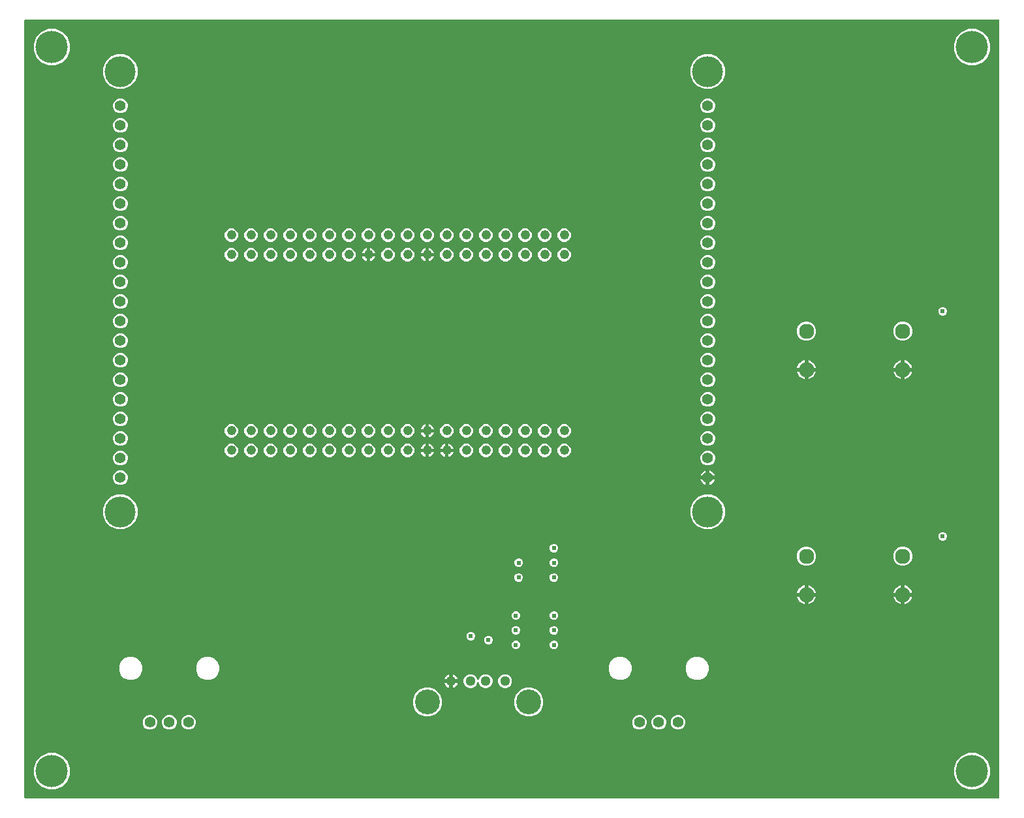
<source format=gbr>
G04 EAGLE Gerber RS-274X export*
G75*
%MOMM*%
%FSLAX34Y34*%
%LPD*%
%INCopper Layer 2*%
%IPPOS*%
%AMOC8*
5,1,8,0,0,1.08239X$1,22.5*%
G01*
%ADD10C,1.288000*%
%ADD11C,3.220000*%
%ADD12C,1.400000*%
%ADD13C,1.960000*%
%ADD14C,1.244600*%
%ADD15C,4.016000*%
%ADD16C,4.191000*%
%ADD17C,0.609600*%

G36*
X1266308Y2556D02*
X1266308Y2556D01*
X1266427Y2563D01*
X1266465Y2576D01*
X1266506Y2581D01*
X1266616Y2624D01*
X1266729Y2661D01*
X1266764Y2683D01*
X1266801Y2698D01*
X1266897Y2767D01*
X1266998Y2831D01*
X1267026Y2861D01*
X1267059Y2884D01*
X1267135Y2976D01*
X1267216Y3063D01*
X1267236Y3098D01*
X1267261Y3129D01*
X1267312Y3237D01*
X1267370Y3341D01*
X1267380Y3381D01*
X1267397Y3417D01*
X1267419Y3534D01*
X1267449Y3649D01*
X1267453Y3709D01*
X1267457Y3729D01*
X1267455Y3750D01*
X1267459Y3810D01*
X1267459Y1012190D01*
X1267444Y1012308D01*
X1267437Y1012427D01*
X1267424Y1012465D01*
X1267419Y1012506D01*
X1267376Y1012616D01*
X1267339Y1012729D01*
X1267317Y1012764D01*
X1267302Y1012801D01*
X1267233Y1012897D01*
X1267169Y1012998D01*
X1267139Y1013026D01*
X1267116Y1013059D01*
X1267024Y1013135D01*
X1266937Y1013216D01*
X1266902Y1013236D01*
X1266871Y1013261D01*
X1266763Y1013312D01*
X1266659Y1013370D01*
X1266619Y1013380D01*
X1266583Y1013397D01*
X1266466Y1013419D01*
X1266351Y1013449D01*
X1266291Y1013453D01*
X1266271Y1013457D01*
X1266250Y1013455D01*
X1266190Y1013459D01*
X3810Y1013459D01*
X3692Y1013444D01*
X3573Y1013437D01*
X3535Y1013424D01*
X3494Y1013419D01*
X3384Y1013376D01*
X3271Y1013339D01*
X3236Y1013317D01*
X3199Y1013302D01*
X3103Y1013233D01*
X3002Y1013169D01*
X2974Y1013139D01*
X2941Y1013116D01*
X2865Y1013024D01*
X2784Y1012937D01*
X2764Y1012902D01*
X2739Y1012871D01*
X2688Y1012763D01*
X2630Y1012659D01*
X2620Y1012619D01*
X2603Y1012583D01*
X2581Y1012466D01*
X2551Y1012351D01*
X2547Y1012291D01*
X2543Y1012271D01*
X2545Y1012250D01*
X2541Y1012190D01*
X2541Y3810D01*
X2556Y3692D01*
X2563Y3573D01*
X2576Y3535D01*
X2581Y3494D01*
X2624Y3384D01*
X2661Y3271D01*
X2683Y3236D01*
X2698Y3199D01*
X2767Y3103D01*
X2831Y3002D01*
X2861Y2974D01*
X2884Y2941D01*
X2976Y2865D01*
X3063Y2784D01*
X3098Y2764D01*
X3129Y2739D01*
X3237Y2688D01*
X3341Y2630D01*
X3381Y2620D01*
X3417Y2603D01*
X3534Y2581D01*
X3649Y2551D01*
X3709Y2547D01*
X3729Y2543D01*
X3750Y2545D01*
X3810Y2541D01*
X1266190Y2541D01*
X1266308Y2556D01*
G37*
%LPC*%
G36*
X1227226Y954404D02*
X1227226Y954404D01*
X1218591Y957981D01*
X1211981Y964591D01*
X1208404Y973226D01*
X1208404Y982574D01*
X1211981Y991209D01*
X1218591Y997819D01*
X1227226Y1001396D01*
X1236574Y1001396D01*
X1245209Y997819D01*
X1251819Y991209D01*
X1255396Y982574D01*
X1255396Y973226D01*
X1251819Y964591D01*
X1245209Y957981D01*
X1236574Y954404D01*
X1227226Y954404D01*
G37*
%LPD*%
%LPC*%
G36*
X33426Y954404D02*
X33426Y954404D01*
X24791Y957981D01*
X18181Y964591D01*
X14604Y973226D01*
X14604Y982574D01*
X18181Y991209D01*
X24791Y997819D01*
X33426Y1001396D01*
X42774Y1001396D01*
X51409Y997819D01*
X58019Y991209D01*
X61596Y982574D01*
X61596Y973226D01*
X58019Y964591D01*
X51409Y957981D01*
X42774Y954404D01*
X33426Y954404D01*
G37*
%LPD*%
%LPC*%
G36*
X1227226Y14604D02*
X1227226Y14604D01*
X1218591Y18181D01*
X1211981Y24791D01*
X1208404Y33426D01*
X1208404Y42774D01*
X1211981Y51409D01*
X1218591Y58019D01*
X1227226Y61596D01*
X1236574Y61596D01*
X1245209Y58019D01*
X1251819Y51409D01*
X1255396Y42774D01*
X1255396Y33426D01*
X1251819Y24791D01*
X1245209Y18181D01*
X1236574Y14604D01*
X1227226Y14604D01*
G37*
%LPD*%
%LPC*%
G36*
X33426Y14604D02*
X33426Y14604D01*
X24791Y18181D01*
X18181Y24791D01*
X14604Y33426D01*
X14604Y42774D01*
X18181Y51409D01*
X24791Y58019D01*
X33426Y61596D01*
X42774Y61596D01*
X51409Y58019D01*
X58019Y51409D01*
X61596Y42774D01*
X61596Y33426D01*
X58019Y24791D01*
X51409Y18181D01*
X42774Y14604D01*
X33426Y14604D01*
G37*
%LPD*%
%LPC*%
G36*
X122500Y923529D02*
X122500Y923529D01*
X114186Y926973D01*
X107823Y933336D01*
X104379Y941650D01*
X104379Y950650D01*
X107823Y958964D01*
X114186Y965327D01*
X122500Y968771D01*
X131500Y968771D01*
X139814Y965327D01*
X146177Y958964D01*
X149621Y950650D01*
X149621Y941650D01*
X146177Y933336D01*
X139814Y926973D01*
X131500Y923529D01*
X122500Y923529D01*
G37*
%LPD*%
%LPC*%
G36*
X884500Y352029D02*
X884500Y352029D01*
X876186Y355473D01*
X869823Y361836D01*
X866379Y370150D01*
X866379Y379150D01*
X869823Y387464D01*
X876186Y393827D01*
X884500Y397271D01*
X893500Y397271D01*
X901814Y393827D01*
X908177Y387464D01*
X911621Y379150D01*
X911621Y370150D01*
X908177Y361836D01*
X901814Y355473D01*
X893500Y352029D01*
X884500Y352029D01*
G37*
%LPD*%
%LPC*%
G36*
X122500Y352029D02*
X122500Y352029D01*
X114186Y355473D01*
X107823Y361836D01*
X104379Y370150D01*
X104379Y379150D01*
X107823Y387464D01*
X114186Y393827D01*
X122500Y397271D01*
X131500Y397271D01*
X139814Y393827D01*
X146177Y387464D01*
X149621Y379150D01*
X149621Y370150D01*
X146177Y361836D01*
X139814Y355473D01*
X131500Y352029D01*
X122500Y352029D01*
G37*
%LPD*%
%LPC*%
G36*
X884500Y923529D02*
X884500Y923529D01*
X876186Y926973D01*
X869823Y933336D01*
X866379Y941650D01*
X866379Y950650D01*
X869823Y958964D01*
X876186Y965327D01*
X884500Y968771D01*
X893500Y968771D01*
X901814Y965327D01*
X908177Y958964D01*
X911621Y950650D01*
X911621Y941650D01*
X908177Y933336D01*
X901814Y926973D01*
X893500Y923529D01*
X884500Y923529D01*
G37*
%LPD*%
%LPC*%
G36*
X521702Y109199D02*
X521702Y109199D01*
X514851Y112037D01*
X509607Y117281D01*
X506769Y124132D01*
X506769Y131548D01*
X509607Y138399D01*
X514851Y143643D01*
X521702Y146481D01*
X529118Y146481D01*
X535969Y143643D01*
X541213Y138399D01*
X544051Y131548D01*
X544051Y124132D01*
X541213Y117281D01*
X535969Y112037D01*
X529118Y109199D01*
X521702Y109199D01*
G37*
%LPD*%
%LPC*%
G36*
X653102Y109199D02*
X653102Y109199D01*
X646251Y112037D01*
X641007Y117281D01*
X638169Y124132D01*
X638169Y131548D01*
X641007Y138399D01*
X646251Y143643D01*
X653102Y146481D01*
X660518Y146481D01*
X667369Y143643D01*
X672613Y138399D01*
X675451Y131548D01*
X675451Y124132D01*
X672613Y117281D01*
X667369Y112037D01*
X660518Y109199D01*
X653102Y109199D01*
G37*
%LPD*%
%LPC*%
G36*
X137508Y156559D02*
X137508Y156559D01*
X131980Y158849D01*
X127749Y163080D01*
X125459Y168608D01*
X125459Y174592D01*
X127749Y180120D01*
X131980Y184351D01*
X137508Y186641D01*
X143492Y186641D01*
X149020Y184351D01*
X153251Y180120D01*
X155541Y174592D01*
X155541Y168608D01*
X153251Y163080D01*
X149020Y158849D01*
X143492Y156559D01*
X137508Y156559D01*
G37*
%LPD*%
%LPC*%
G36*
X237508Y156559D02*
X237508Y156559D01*
X231980Y158849D01*
X227749Y163080D01*
X225459Y168608D01*
X225459Y174592D01*
X227749Y180120D01*
X231980Y184351D01*
X237508Y186641D01*
X243492Y186641D01*
X249020Y184351D01*
X253251Y180120D01*
X255541Y174592D01*
X255541Y168608D01*
X253251Y163080D01*
X249020Y158849D01*
X243492Y156559D01*
X237508Y156559D01*
G37*
%LPD*%
%LPC*%
G36*
X872508Y156559D02*
X872508Y156559D01*
X866980Y158849D01*
X862749Y163080D01*
X860459Y168608D01*
X860459Y174592D01*
X862749Y180120D01*
X866980Y184351D01*
X872508Y186641D01*
X878492Y186641D01*
X884020Y184351D01*
X888251Y180120D01*
X890541Y174592D01*
X890541Y168608D01*
X888251Y163080D01*
X884020Y158849D01*
X878492Y156559D01*
X872508Y156559D01*
G37*
%LPD*%
%LPC*%
G36*
X772508Y156559D02*
X772508Y156559D01*
X766980Y158849D01*
X762749Y163080D01*
X760459Y168608D01*
X760459Y174592D01*
X762749Y180120D01*
X766980Y184351D01*
X772508Y186641D01*
X778492Y186641D01*
X784020Y184351D01*
X788251Y180120D01*
X790541Y174592D01*
X790541Y168608D01*
X788251Y163080D01*
X784020Y158849D01*
X778492Y156559D01*
X772508Y156559D01*
G37*
%LPD*%
%LPC*%
G36*
X579324Y145959D02*
X579324Y145959D01*
X576023Y147326D01*
X573496Y149853D01*
X572129Y153154D01*
X572129Y156726D01*
X573496Y160027D01*
X576023Y162554D01*
X579324Y163921D01*
X582896Y163921D01*
X586197Y162554D01*
X588724Y160027D01*
X589937Y157097D01*
X590006Y156976D01*
X590071Y156853D01*
X590085Y156838D01*
X590095Y156820D01*
X590192Y156720D01*
X590285Y156618D01*
X590302Y156607D01*
X590316Y156592D01*
X590435Y156519D01*
X590551Y156443D01*
X590570Y156436D01*
X590587Y156426D01*
X590720Y156385D01*
X590852Y156340D01*
X590872Y156338D01*
X590891Y156332D01*
X591030Y156325D01*
X591169Y156314D01*
X591189Y156318D01*
X591209Y156317D01*
X591345Y156345D01*
X591482Y156369D01*
X591501Y156377D01*
X591520Y156381D01*
X591646Y156443D01*
X591772Y156499D01*
X591788Y156512D01*
X591806Y156521D01*
X591912Y156611D01*
X592020Y156698D01*
X592033Y156714D01*
X592048Y156727D01*
X592128Y156841D01*
X592212Y156952D01*
X592224Y156977D01*
X592231Y156987D01*
X592238Y157007D01*
X592283Y157097D01*
X593496Y160027D01*
X596023Y162554D01*
X599324Y163921D01*
X602896Y163921D01*
X606197Y162554D01*
X608724Y160027D01*
X610091Y156726D01*
X610091Y153154D01*
X608724Y149853D01*
X606197Y147326D01*
X602896Y145959D01*
X599324Y145959D01*
X596023Y147326D01*
X593496Y149853D01*
X592283Y152783D01*
X592214Y152904D01*
X592149Y153027D01*
X592135Y153042D01*
X592125Y153060D01*
X592028Y153160D01*
X591935Y153262D01*
X591918Y153274D01*
X591904Y153288D01*
X591786Y153361D01*
X591669Y153437D01*
X591650Y153444D01*
X591633Y153454D01*
X591500Y153495D01*
X591368Y153540D01*
X591348Y153542D01*
X591329Y153548D01*
X591190Y153555D01*
X591051Y153566D01*
X591031Y153562D01*
X591011Y153563D01*
X590875Y153535D01*
X590738Y153511D01*
X590719Y153503D01*
X590700Y153499D01*
X590575Y153438D01*
X590448Y153381D01*
X590432Y153368D01*
X590414Y153359D01*
X590308Y153269D01*
X590200Y153182D01*
X590187Y153166D01*
X590172Y153153D01*
X590092Y153039D01*
X590008Y152928D01*
X589996Y152903D01*
X589989Y152893D01*
X589982Y152873D01*
X589937Y152783D01*
X588724Y149853D01*
X586197Y147326D01*
X582896Y145959D01*
X579324Y145959D01*
G37*
%LPD*%
%LPC*%
G36*
X1014545Y304759D02*
X1014545Y304759D01*
X1010010Y306638D01*
X1006538Y310110D01*
X1004659Y314645D01*
X1004659Y319555D01*
X1006538Y324090D01*
X1010010Y327562D01*
X1014545Y329441D01*
X1019455Y329441D01*
X1023990Y327562D01*
X1027462Y324090D01*
X1029341Y319555D01*
X1029341Y314645D01*
X1027462Y310110D01*
X1023990Y306638D01*
X1019455Y304759D01*
X1014545Y304759D01*
G37*
%LPD*%
%LPC*%
G36*
X1139545Y596859D02*
X1139545Y596859D01*
X1135010Y598738D01*
X1131538Y602210D01*
X1129659Y606745D01*
X1129659Y611655D01*
X1131538Y616190D01*
X1135010Y619662D01*
X1139545Y621541D01*
X1144455Y621541D01*
X1148990Y619662D01*
X1152462Y616190D01*
X1154341Y611655D01*
X1154341Y606745D01*
X1152462Y602210D01*
X1148990Y598738D01*
X1144455Y596859D01*
X1139545Y596859D01*
G37*
%LPD*%
%LPC*%
G36*
X1014545Y596859D02*
X1014545Y596859D01*
X1010010Y598738D01*
X1006538Y602210D01*
X1004659Y606745D01*
X1004659Y611655D01*
X1006538Y616190D01*
X1010010Y619662D01*
X1014545Y621541D01*
X1019455Y621541D01*
X1023990Y619662D01*
X1027462Y616190D01*
X1029341Y611655D01*
X1029341Y606745D01*
X1027462Y602210D01*
X1023990Y598738D01*
X1019455Y596859D01*
X1014545Y596859D01*
G37*
%LPD*%
%LPC*%
G36*
X1139545Y304759D02*
X1139545Y304759D01*
X1135010Y306638D01*
X1131538Y310110D01*
X1129659Y314645D01*
X1129659Y319555D01*
X1131538Y324090D01*
X1135010Y327562D01*
X1139545Y329441D01*
X1144455Y329441D01*
X1148990Y327562D01*
X1152462Y324090D01*
X1154341Y319555D01*
X1154341Y314645D01*
X1152462Y310110D01*
X1148990Y306638D01*
X1144455Y304759D01*
X1139545Y304759D01*
G37*
%LPD*%
%LPC*%
G36*
X163602Y92059D02*
X163602Y92059D01*
X160096Y93512D01*
X157412Y96196D01*
X155959Y99702D01*
X155959Y103498D01*
X157412Y107004D01*
X160096Y109688D01*
X163602Y111141D01*
X167398Y111141D01*
X170904Y109688D01*
X173588Y107004D01*
X175041Y103498D01*
X175041Y99702D01*
X173588Y96196D01*
X170904Y93512D01*
X167398Y92059D01*
X163602Y92059D01*
G37*
%LPD*%
%LPC*%
G36*
X188602Y92059D02*
X188602Y92059D01*
X185096Y93512D01*
X182412Y96196D01*
X180959Y99702D01*
X180959Y103498D01*
X182412Y107004D01*
X185096Y109688D01*
X188602Y111141D01*
X192398Y111141D01*
X195904Y109688D01*
X198588Y107004D01*
X200041Y103498D01*
X200041Y99702D01*
X198588Y96196D01*
X195904Y93512D01*
X192398Y92059D01*
X188602Y92059D01*
G37*
%LPD*%
%LPC*%
G36*
X213602Y92059D02*
X213602Y92059D01*
X210096Y93512D01*
X207412Y96196D01*
X205959Y99702D01*
X205959Y103498D01*
X207412Y107004D01*
X210096Y109688D01*
X213602Y111141D01*
X217398Y111141D01*
X220904Y109688D01*
X223588Y107004D01*
X225041Y103498D01*
X225041Y99702D01*
X223588Y96196D01*
X220904Y93512D01*
X217398Y92059D01*
X213602Y92059D01*
G37*
%LPD*%
%LPC*%
G36*
X798602Y92059D02*
X798602Y92059D01*
X795096Y93512D01*
X792412Y96196D01*
X790959Y99702D01*
X790959Y103498D01*
X792412Y107004D01*
X795096Y109688D01*
X798602Y111141D01*
X802398Y111141D01*
X805904Y109688D01*
X808588Y107004D01*
X810041Y103498D01*
X810041Y99702D01*
X808588Y96196D01*
X805904Y93512D01*
X802398Y92059D01*
X798602Y92059D01*
G37*
%LPD*%
%LPC*%
G36*
X823602Y92059D02*
X823602Y92059D01*
X820096Y93512D01*
X817412Y96196D01*
X815959Y99702D01*
X815959Y103498D01*
X817412Y107004D01*
X820096Y109688D01*
X823602Y111141D01*
X827398Y111141D01*
X830904Y109688D01*
X833588Y107004D01*
X835041Y103498D01*
X835041Y99702D01*
X833588Y96196D01*
X830904Y93512D01*
X827398Y92059D01*
X823602Y92059D01*
G37*
%LPD*%
%LPC*%
G36*
X848602Y92059D02*
X848602Y92059D01*
X845096Y93512D01*
X842412Y96196D01*
X840959Y99702D01*
X840959Y103498D01*
X842412Y107004D01*
X845096Y109688D01*
X848602Y111141D01*
X852398Y111141D01*
X855904Y109688D01*
X858588Y107004D01*
X860041Y103498D01*
X860041Y99702D01*
X858588Y96196D01*
X855904Y93512D01*
X852398Y92059D01*
X848602Y92059D01*
G37*
%LPD*%
%LPC*%
G36*
X125102Y790559D02*
X125102Y790559D01*
X121596Y792012D01*
X118912Y794696D01*
X117459Y798202D01*
X117459Y801998D01*
X118912Y805504D01*
X121596Y808188D01*
X125102Y809641D01*
X128898Y809641D01*
X132404Y808188D01*
X135088Y805504D01*
X136541Y801998D01*
X136541Y798202D01*
X135088Y794696D01*
X132404Y792012D01*
X128898Y790559D01*
X125102Y790559D01*
G37*
%LPD*%
%LPC*%
G36*
X887102Y790559D02*
X887102Y790559D01*
X883596Y792012D01*
X880912Y794696D01*
X879459Y798202D01*
X879459Y801998D01*
X880912Y805504D01*
X883596Y808188D01*
X887102Y809641D01*
X890898Y809641D01*
X894404Y808188D01*
X897088Y805504D01*
X898541Y801998D01*
X898541Y798202D01*
X897088Y794696D01*
X894404Y792012D01*
X890898Y790559D01*
X887102Y790559D01*
G37*
%LPD*%
%LPC*%
G36*
X125102Y815959D02*
X125102Y815959D01*
X121596Y817412D01*
X118912Y820096D01*
X117459Y823602D01*
X117459Y827398D01*
X118912Y830904D01*
X121596Y833588D01*
X125102Y835041D01*
X128898Y835041D01*
X132404Y833588D01*
X135088Y830904D01*
X136541Y827398D01*
X136541Y823602D01*
X135088Y820096D01*
X132404Y817412D01*
X128898Y815959D01*
X125102Y815959D01*
G37*
%LPD*%
%LPC*%
G36*
X887102Y663559D02*
X887102Y663559D01*
X883596Y665012D01*
X880912Y667696D01*
X879459Y671202D01*
X879459Y674998D01*
X880912Y678504D01*
X883596Y681188D01*
X887102Y682641D01*
X890898Y682641D01*
X894404Y681188D01*
X897088Y678504D01*
X898541Y674998D01*
X898541Y671202D01*
X897088Y667696D01*
X894404Y665012D01*
X890898Y663559D01*
X887102Y663559D01*
G37*
%LPD*%
%LPC*%
G36*
X887102Y815959D02*
X887102Y815959D01*
X883596Y817412D01*
X880912Y820096D01*
X879459Y823602D01*
X879459Y827398D01*
X880912Y830904D01*
X883596Y833588D01*
X887102Y835041D01*
X890898Y835041D01*
X894404Y833588D01*
X897088Y830904D01*
X898541Y827398D01*
X898541Y823602D01*
X897088Y820096D01*
X894404Y817412D01*
X890898Y815959D01*
X887102Y815959D01*
G37*
%LPD*%
%LPC*%
G36*
X125102Y841359D02*
X125102Y841359D01*
X121596Y842812D01*
X118912Y845496D01*
X117459Y849002D01*
X117459Y852798D01*
X118912Y856304D01*
X121596Y858988D01*
X125102Y860441D01*
X128898Y860441D01*
X132404Y858988D01*
X135088Y856304D01*
X136541Y852798D01*
X136541Y849002D01*
X135088Y845496D01*
X132404Y842812D01*
X128898Y841359D01*
X125102Y841359D01*
G37*
%LPD*%
%LPC*%
G36*
X887102Y841359D02*
X887102Y841359D01*
X883596Y842812D01*
X880912Y845496D01*
X879459Y849002D01*
X879459Y852798D01*
X880912Y856304D01*
X883596Y858988D01*
X887102Y860441D01*
X890898Y860441D01*
X894404Y858988D01*
X897088Y856304D01*
X898541Y852798D01*
X898541Y849002D01*
X897088Y845496D01*
X894404Y842812D01*
X890898Y841359D01*
X887102Y841359D01*
G37*
%LPD*%
%LPC*%
G36*
X125102Y866759D02*
X125102Y866759D01*
X121596Y868212D01*
X118912Y870896D01*
X117459Y874402D01*
X117459Y878198D01*
X118912Y881704D01*
X121596Y884388D01*
X125102Y885841D01*
X128898Y885841D01*
X132404Y884388D01*
X135088Y881704D01*
X136541Y878198D01*
X136541Y874402D01*
X135088Y870896D01*
X132404Y868212D01*
X128898Y866759D01*
X125102Y866759D01*
G37*
%LPD*%
%LPC*%
G36*
X125102Y765159D02*
X125102Y765159D01*
X121596Y766612D01*
X118912Y769296D01*
X117459Y772802D01*
X117459Y776598D01*
X118912Y780104D01*
X121596Y782788D01*
X125102Y784241D01*
X128898Y784241D01*
X132404Y782788D01*
X135088Y780104D01*
X136541Y776598D01*
X136541Y772802D01*
X135088Y769296D01*
X132404Y766612D01*
X128898Y765159D01*
X125102Y765159D01*
G37*
%LPD*%
%LPC*%
G36*
X887102Y765159D02*
X887102Y765159D01*
X883596Y766612D01*
X880912Y769296D01*
X879459Y772802D01*
X879459Y776598D01*
X880912Y780104D01*
X883596Y782788D01*
X887102Y784241D01*
X890898Y784241D01*
X894404Y782788D01*
X897088Y780104D01*
X898541Y776598D01*
X898541Y772802D01*
X897088Y769296D01*
X894404Y766612D01*
X890898Y765159D01*
X887102Y765159D01*
G37*
%LPD*%
%LPC*%
G36*
X887102Y866759D02*
X887102Y866759D01*
X883596Y868212D01*
X880912Y870896D01*
X879459Y874402D01*
X879459Y878198D01*
X880912Y881704D01*
X883596Y884388D01*
X887102Y885841D01*
X890898Y885841D01*
X894404Y884388D01*
X897088Y881704D01*
X898541Y878198D01*
X898541Y874402D01*
X897088Y870896D01*
X894404Y868212D01*
X890898Y866759D01*
X887102Y866759D01*
G37*
%LPD*%
%LPC*%
G36*
X887102Y714359D02*
X887102Y714359D01*
X883596Y715812D01*
X880912Y718496D01*
X879459Y722002D01*
X879459Y725798D01*
X880912Y729304D01*
X883596Y731988D01*
X887102Y733441D01*
X890898Y733441D01*
X894404Y731988D01*
X897088Y729304D01*
X898541Y725798D01*
X898541Y722002D01*
X897088Y718496D01*
X894404Y715812D01*
X890898Y714359D01*
X887102Y714359D01*
G37*
%LPD*%
%LPC*%
G36*
X125102Y714359D02*
X125102Y714359D01*
X121596Y715812D01*
X118912Y718496D01*
X117459Y722002D01*
X117459Y725798D01*
X118912Y729304D01*
X121596Y731988D01*
X125102Y733441D01*
X128898Y733441D01*
X132404Y731988D01*
X135088Y729304D01*
X136541Y725798D01*
X136541Y722002D01*
X135088Y718496D01*
X132404Y715812D01*
X128898Y714359D01*
X125102Y714359D01*
G37*
%LPD*%
%LPC*%
G36*
X125102Y892159D02*
X125102Y892159D01*
X121596Y893612D01*
X118912Y896296D01*
X117459Y899802D01*
X117459Y903598D01*
X118912Y907104D01*
X121596Y909788D01*
X125102Y911241D01*
X128898Y911241D01*
X132404Y909788D01*
X135088Y907104D01*
X136541Y903598D01*
X136541Y899802D01*
X135088Y896296D01*
X132404Y893612D01*
X128898Y892159D01*
X125102Y892159D01*
G37*
%LPD*%
%LPC*%
G36*
X125102Y409559D02*
X125102Y409559D01*
X121596Y411012D01*
X118912Y413696D01*
X117459Y417202D01*
X117459Y420998D01*
X118912Y424504D01*
X121596Y427188D01*
X125102Y428641D01*
X128898Y428641D01*
X132404Y427188D01*
X135088Y424504D01*
X136541Y420998D01*
X136541Y417202D01*
X135088Y413696D01*
X132404Y411012D01*
X128898Y409559D01*
X125102Y409559D01*
G37*
%LPD*%
%LPC*%
G36*
X125102Y434959D02*
X125102Y434959D01*
X121596Y436412D01*
X118912Y439096D01*
X117459Y442602D01*
X117459Y446398D01*
X118912Y449904D01*
X121596Y452588D01*
X125102Y454041D01*
X128898Y454041D01*
X132404Y452588D01*
X135088Y449904D01*
X136541Y446398D01*
X136541Y442602D01*
X135088Y439096D01*
X132404Y436412D01*
X128898Y434959D01*
X125102Y434959D01*
G37*
%LPD*%
%LPC*%
G36*
X887102Y434959D02*
X887102Y434959D01*
X883596Y436412D01*
X880912Y439096D01*
X879459Y442602D01*
X879459Y446398D01*
X880912Y449904D01*
X883596Y452588D01*
X887102Y454041D01*
X890898Y454041D01*
X894404Y452588D01*
X897088Y449904D01*
X898541Y446398D01*
X898541Y442602D01*
X897088Y439096D01*
X894404Y436412D01*
X890898Y434959D01*
X887102Y434959D01*
G37*
%LPD*%
%LPC*%
G36*
X125102Y460359D02*
X125102Y460359D01*
X121596Y461812D01*
X118912Y464496D01*
X117459Y468002D01*
X117459Y471798D01*
X118912Y475304D01*
X121596Y477988D01*
X125102Y479441D01*
X128898Y479441D01*
X132404Y477988D01*
X135088Y475304D01*
X136541Y471798D01*
X136541Y468002D01*
X135088Y464496D01*
X132404Y461812D01*
X128898Y460359D01*
X125102Y460359D01*
G37*
%LPD*%
%LPC*%
G36*
X887102Y460359D02*
X887102Y460359D01*
X883596Y461812D01*
X880912Y464496D01*
X879459Y468002D01*
X879459Y471798D01*
X880912Y475304D01*
X883596Y477988D01*
X887102Y479441D01*
X890898Y479441D01*
X894404Y477988D01*
X897088Y475304D01*
X898541Y471798D01*
X898541Y468002D01*
X897088Y464496D01*
X894404Y461812D01*
X890898Y460359D01*
X887102Y460359D01*
G37*
%LPD*%
%LPC*%
G36*
X887102Y892159D02*
X887102Y892159D01*
X883596Y893612D01*
X880912Y896296D01*
X879459Y899802D01*
X879459Y903598D01*
X880912Y907104D01*
X883596Y909788D01*
X887102Y911241D01*
X890898Y911241D01*
X894404Y909788D01*
X897088Y907104D01*
X898541Y903598D01*
X898541Y899802D01*
X897088Y896296D01*
X894404Y893612D01*
X890898Y892159D01*
X887102Y892159D01*
G37*
%LPD*%
%LPC*%
G36*
X125102Y485759D02*
X125102Y485759D01*
X121596Y487212D01*
X118912Y489896D01*
X117459Y493402D01*
X117459Y497198D01*
X118912Y500704D01*
X121596Y503388D01*
X125102Y504841D01*
X128898Y504841D01*
X132404Y503388D01*
X135088Y500704D01*
X136541Y497198D01*
X136541Y493402D01*
X135088Y489896D01*
X132404Y487212D01*
X128898Y485759D01*
X125102Y485759D01*
G37*
%LPD*%
%LPC*%
G36*
X887102Y485759D02*
X887102Y485759D01*
X883596Y487212D01*
X880912Y489896D01*
X879459Y493402D01*
X879459Y497198D01*
X880912Y500704D01*
X883596Y503388D01*
X887102Y504841D01*
X890898Y504841D01*
X894404Y503388D01*
X897088Y500704D01*
X898541Y497198D01*
X898541Y493402D01*
X897088Y489896D01*
X894404Y487212D01*
X890898Y485759D01*
X887102Y485759D01*
G37*
%LPD*%
%LPC*%
G36*
X125102Y511159D02*
X125102Y511159D01*
X121596Y512612D01*
X118912Y515296D01*
X117459Y518802D01*
X117459Y522598D01*
X118912Y526104D01*
X121596Y528788D01*
X125102Y530241D01*
X128898Y530241D01*
X132404Y528788D01*
X135088Y526104D01*
X136541Y522598D01*
X136541Y518802D01*
X135088Y515296D01*
X132404Y512612D01*
X128898Y511159D01*
X125102Y511159D01*
G37*
%LPD*%
%LPC*%
G36*
X887102Y511159D02*
X887102Y511159D01*
X883596Y512612D01*
X880912Y515296D01*
X879459Y518802D01*
X879459Y522598D01*
X880912Y526104D01*
X883596Y528788D01*
X887102Y530241D01*
X890898Y530241D01*
X894404Y528788D01*
X897088Y526104D01*
X898541Y522598D01*
X898541Y518802D01*
X897088Y515296D01*
X894404Y512612D01*
X890898Y511159D01*
X887102Y511159D01*
G37*
%LPD*%
%LPC*%
G36*
X125102Y536559D02*
X125102Y536559D01*
X121596Y538012D01*
X118912Y540696D01*
X117459Y544202D01*
X117459Y547998D01*
X118912Y551504D01*
X121596Y554188D01*
X125102Y555641D01*
X128898Y555641D01*
X132404Y554188D01*
X135088Y551504D01*
X136541Y547998D01*
X136541Y544202D01*
X135088Y540696D01*
X132404Y538012D01*
X128898Y536559D01*
X125102Y536559D01*
G37*
%LPD*%
%LPC*%
G36*
X887102Y536559D02*
X887102Y536559D01*
X883596Y538012D01*
X880912Y540696D01*
X879459Y544202D01*
X879459Y547998D01*
X880912Y551504D01*
X883596Y554188D01*
X887102Y555641D01*
X890898Y555641D01*
X894404Y554188D01*
X897088Y551504D01*
X898541Y547998D01*
X898541Y544202D01*
X897088Y540696D01*
X894404Y538012D01*
X890898Y536559D01*
X887102Y536559D01*
G37*
%LPD*%
%LPC*%
G36*
X125102Y561959D02*
X125102Y561959D01*
X121596Y563412D01*
X118912Y566096D01*
X117459Y569602D01*
X117459Y573398D01*
X118912Y576904D01*
X121596Y579588D01*
X125102Y581041D01*
X128898Y581041D01*
X132404Y579588D01*
X135088Y576904D01*
X136541Y573398D01*
X136541Y569602D01*
X135088Y566096D01*
X132404Y563412D01*
X128898Y561959D01*
X125102Y561959D01*
G37*
%LPD*%
%LPC*%
G36*
X887102Y561959D02*
X887102Y561959D01*
X883596Y563412D01*
X880912Y566096D01*
X879459Y569602D01*
X879459Y573398D01*
X880912Y576904D01*
X883596Y579588D01*
X887102Y581041D01*
X890898Y581041D01*
X894404Y579588D01*
X897088Y576904D01*
X898541Y573398D01*
X898541Y569602D01*
X897088Y566096D01*
X894404Y563412D01*
X890898Y561959D01*
X887102Y561959D01*
G37*
%LPD*%
%LPC*%
G36*
X125102Y587359D02*
X125102Y587359D01*
X121596Y588812D01*
X118912Y591496D01*
X117459Y595002D01*
X117459Y598798D01*
X118912Y602304D01*
X121596Y604988D01*
X125102Y606441D01*
X128898Y606441D01*
X132404Y604988D01*
X135088Y602304D01*
X136541Y598798D01*
X136541Y595002D01*
X135088Y591496D01*
X132404Y588812D01*
X128898Y587359D01*
X125102Y587359D01*
G37*
%LPD*%
%LPC*%
G36*
X887102Y587359D02*
X887102Y587359D01*
X883596Y588812D01*
X880912Y591496D01*
X879459Y595002D01*
X879459Y598798D01*
X880912Y602304D01*
X883596Y604988D01*
X887102Y606441D01*
X890898Y606441D01*
X894404Y604988D01*
X897088Y602304D01*
X898541Y598798D01*
X898541Y595002D01*
X897088Y591496D01*
X894404Y588812D01*
X890898Y587359D01*
X887102Y587359D01*
G37*
%LPD*%
%LPC*%
G36*
X125102Y739759D02*
X125102Y739759D01*
X121596Y741212D01*
X118912Y743896D01*
X117459Y747402D01*
X117459Y751198D01*
X118912Y754704D01*
X121596Y757388D01*
X125102Y758841D01*
X128898Y758841D01*
X132404Y757388D01*
X135088Y754704D01*
X136541Y751198D01*
X136541Y747402D01*
X135088Y743896D01*
X132404Y741212D01*
X128898Y739759D01*
X125102Y739759D01*
G37*
%LPD*%
%LPC*%
G36*
X887102Y739759D02*
X887102Y739759D01*
X883596Y741212D01*
X880912Y743896D01*
X879459Y747402D01*
X879459Y751198D01*
X880912Y754704D01*
X883596Y757388D01*
X887102Y758841D01*
X890898Y758841D01*
X894404Y757388D01*
X897088Y754704D01*
X898541Y751198D01*
X898541Y747402D01*
X897088Y743896D01*
X894404Y741212D01*
X890898Y739759D01*
X887102Y739759D01*
G37*
%LPD*%
%LPC*%
G36*
X125102Y612759D02*
X125102Y612759D01*
X121596Y614212D01*
X118912Y616896D01*
X117459Y620402D01*
X117459Y624198D01*
X118912Y627704D01*
X121596Y630388D01*
X125102Y631841D01*
X128898Y631841D01*
X132404Y630388D01*
X135088Y627704D01*
X136541Y624198D01*
X136541Y620402D01*
X135088Y616896D01*
X132404Y614212D01*
X128898Y612759D01*
X125102Y612759D01*
G37*
%LPD*%
%LPC*%
G36*
X887102Y688959D02*
X887102Y688959D01*
X883596Y690412D01*
X880912Y693096D01*
X879459Y696602D01*
X879459Y700398D01*
X880912Y703904D01*
X883596Y706588D01*
X887102Y708041D01*
X890898Y708041D01*
X894404Y706588D01*
X897088Y703904D01*
X898541Y700398D01*
X898541Y696602D01*
X897088Y693096D01*
X894404Y690412D01*
X890898Y688959D01*
X887102Y688959D01*
G37*
%LPD*%
%LPC*%
G36*
X125102Y688959D02*
X125102Y688959D01*
X121596Y690412D01*
X118912Y693096D01*
X117459Y696602D01*
X117459Y700398D01*
X118912Y703904D01*
X121596Y706588D01*
X125102Y708041D01*
X128898Y708041D01*
X132404Y706588D01*
X135088Y703904D01*
X136541Y700398D01*
X136541Y696602D01*
X135088Y693096D01*
X132404Y690412D01*
X128898Y688959D01*
X125102Y688959D01*
G37*
%LPD*%
%LPC*%
G36*
X887102Y612759D02*
X887102Y612759D01*
X883596Y614212D01*
X880912Y616896D01*
X879459Y620402D01*
X879459Y624198D01*
X880912Y627704D01*
X883596Y630388D01*
X887102Y631841D01*
X890898Y631841D01*
X894404Y630388D01*
X897088Y627704D01*
X898541Y624198D01*
X898541Y620402D01*
X897088Y616896D01*
X894404Y614212D01*
X890898Y612759D01*
X887102Y612759D01*
G37*
%LPD*%
%LPC*%
G36*
X125102Y638159D02*
X125102Y638159D01*
X121596Y639612D01*
X118912Y642296D01*
X117459Y645802D01*
X117459Y649598D01*
X118912Y653104D01*
X121596Y655788D01*
X125102Y657241D01*
X128898Y657241D01*
X132404Y655788D01*
X135088Y653104D01*
X136541Y649598D01*
X136541Y645802D01*
X135088Y642296D01*
X132404Y639612D01*
X128898Y638159D01*
X125102Y638159D01*
G37*
%LPD*%
%LPC*%
G36*
X887102Y638159D02*
X887102Y638159D01*
X883596Y639612D01*
X880912Y642296D01*
X879459Y645802D01*
X879459Y649598D01*
X880912Y653104D01*
X883596Y655788D01*
X887102Y657241D01*
X890898Y657241D01*
X894404Y655788D01*
X897088Y653104D01*
X898541Y649598D01*
X898541Y645802D01*
X897088Y642296D01*
X894404Y639612D01*
X890898Y638159D01*
X887102Y638159D01*
G37*
%LPD*%
%LPC*%
G36*
X125102Y663559D02*
X125102Y663559D01*
X121596Y665012D01*
X118912Y667696D01*
X117459Y671202D01*
X117459Y674998D01*
X118912Y678504D01*
X121596Y681188D01*
X125102Y682641D01*
X128898Y682641D01*
X132404Y681188D01*
X135088Y678504D01*
X136541Y674998D01*
X136541Y671202D01*
X135088Y667696D01*
X132404Y665012D01*
X128898Y663559D01*
X125102Y663559D01*
G37*
%LPD*%
%LPC*%
G36*
X624324Y145959D02*
X624324Y145959D01*
X621023Y147326D01*
X618496Y149853D01*
X617129Y153154D01*
X617129Y156726D01*
X618496Y160027D01*
X621023Y162554D01*
X624324Y163921D01*
X627896Y163921D01*
X631197Y162554D01*
X633724Y160027D01*
X635091Y156726D01*
X635091Y153154D01*
X633724Y149853D01*
X631197Y147326D01*
X627896Y145959D01*
X624324Y145959D01*
G37*
%LPD*%
%LPC*%
G36*
X624957Y471036D02*
X624957Y471036D01*
X621736Y472370D01*
X619270Y474836D01*
X617936Y478057D01*
X617936Y481543D01*
X619270Y484764D01*
X621736Y487230D01*
X624957Y488564D01*
X628443Y488564D01*
X631664Y487230D01*
X634130Y484764D01*
X635464Y481543D01*
X635464Y478057D01*
X634130Y474836D01*
X631664Y472370D01*
X628443Y471036D01*
X624957Y471036D01*
G37*
%LPD*%
%LPC*%
G36*
X294757Y445636D02*
X294757Y445636D01*
X291536Y446970D01*
X289070Y449436D01*
X287736Y452657D01*
X287736Y456143D01*
X289070Y459364D01*
X291536Y461830D01*
X294757Y463164D01*
X298243Y463164D01*
X301464Y461830D01*
X303930Y459364D01*
X305264Y456143D01*
X305264Y452657D01*
X303930Y449436D01*
X301464Y446970D01*
X298243Y445636D01*
X294757Y445636D01*
G37*
%LPD*%
%LPC*%
G36*
X701157Y725036D02*
X701157Y725036D01*
X697936Y726370D01*
X695470Y728836D01*
X694136Y732057D01*
X694136Y735543D01*
X695470Y738764D01*
X697936Y741230D01*
X701157Y742564D01*
X704643Y742564D01*
X707864Y741230D01*
X710330Y738764D01*
X711664Y735543D01*
X711664Y732057D01*
X710330Y728836D01*
X707864Y726370D01*
X704643Y725036D01*
X701157Y725036D01*
G37*
%LPD*%
%LPC*%
G36*
X675757Y725036D02*
X675757Y725036D01*
X672536Y726370D01*
X670070Y728836D01*
X668736Y732057D01*
X668736Y735543D01*
X670070Y738764D01*
X672536Y741230D01*
X675757Y742564D01*
X679243Y742564D01*
X682464Y741230D01*
X684930Y738764D01*
X686264Y735543D01*
X686264Y732057D01*
X684930Y728836D01*
X682464Y726370D01*
X679243Y725036D01*
X675757Y725036D01*
G37*
%LPD*%
%LPC*%
G36*
X650357Y725036D02*
X650357Y725036D01*
X647136Y726370D01*
X644670Y728836D01*
X643336Y732057D01*
X643336Y735543D01*
X644670Y738764D01*
X647136Y741230D01*
X650357Y742564D01*
X653843Y742564D01*
X657064Y741230D01*
X659530Y738764D01*
X660864Y735543D01*
X660864Y732057D01*
X659530Y728836D01*
X657064Y726370D01*
X653843Y725036D01*
X650357Y725036D01*
G37*
%LPD*%
%LPC*%
G36*
X624957Y725036D02*
X624957Y725036D01*
X621736Y726370D01*
X619270Y728836D01*
X617936Y732057D01*
X617936Y735543D01*
X619270Y738764D01*
X621736Y741230D01*
X624957Y742564D01*
X628443Y742564D01*
X631664Y741230D01*
X634130Y738764D01*
X635464Y735543D01*
X635464Y732057D01*
X634130Y728836D01*
X631664Y726370D01*
X628443Y725036D01*
X624957Y725036D01*
G37*
%LPD*%
%LPC*%
G36*
X599557Y725036D02*
X599557Y725036D01*
X596336Y726370D01*
X593870Y728836D01*
X592536Y732057D01*
X592536Y735543D01*
X593870Y738764D01*
X596336Y741230D01*
X599557Y742564D01*
X603043Y742564D01*
X606264Y741230D01*
X608730Y738764D01*
X610064Y735543D01*
X610064Y732057D01*
X608730Y728836D01*
X606264Y726370D01*
X603043Y725036D01*
X599557Y725036D01*
G37*
%LPD*%
%LPC*%
G36*
X574157Y725036D02*
X574157Y725036D01*
X570936Y726370D01*
X568470Y728836D01*
X567136Y732057D01*
X567136Y735543D01*
X568470Y738764D01*
X570936Y741230D01*
X574157Y742564D01*
X577643Y742564D01*
X580864Y741230D01*
X583330Y738764D01*
X584664Y735543D01*
X584664Y732057D01*
X583330Y728836D01*
X580864Y726370D01*
X577643Y725036D01*
X574157Y725036D01*
G37*
%LPD*%
%LPC*%
G36*
X548757Y725036D02*
X548757Y725036D01*
X545536Y726370D01*
X543070Y728836D01*
X541736Y732057D01*
X541736Y735543D01*
X543070Y738764D01*
X545536Y741230D01*
X548757Y742564D01*
X552243Y742564D01*
X555464Y741230D01*
X557930Y738764D01*
X559264Y735543D01*
X559264Y732057D01*
X557930Y728836D01*
X555464Y726370D01*
X552243Y725036D01*
X548757Y725036D01*
G37*
%LPD*%
%LPC*%
G36*
X269357Y699636D02*
X269357Y699636D01*
X266136Y700970D01*
X263670Y703436D01*
X262336Y706657D01*
X262336Y710143D01*
X263670Y713364D01*
X266136Y715830D01*
X269357Y717164D01*
X272843Y717164D01*
X276064Y715830D01*
X278530Y713364D01*
X279864Y710143D01*
X279864Y706657D01*
X278530Y703436D01*
X276064Y700970D01*
X272843Y699636D01*
X269357Y699636D01*
G37*
%LPD*%
%LPC*%
G36*
X294757Y699636D02*
X294757Y699636D01*
X291536Y700970D01*
X289070Y703436D01*
X287736Y706657D01*
X287736Y710143D01*
X289070Y713364D01*
X291536Y715830D01*
X294757Y717164D01*
X298243Y717164D01*
X301464Y715830D01*
X303930Y713364D01*
X305264Y710143D01*
X305264Y706657D01*
X303930Y703436D01*
X301464Y700970D01*
X298243Y699636D01*
X294757Y699636D01*
G37*
%LPD*%
%LPC*%
G36*
X320157Y699636D02*
X320157Y699636D01*
X316936Y700970D01*
X314470Y703436D01*
X313136Y706657D01*
X313136Y710143D01*
X314470Y713364D01*
X316936Y715830D01*
X320157Y717164D01*
X323643Y717164D01*
X326864Y715830D01*
X329330Y713364D01*
X330664Y710143D01*
X330664Y706657D01*
X329330Y703436D01*
X326864Y700970D01*
X323643Y699636D01*
X320157Y699636D01*
G37*
%LPD*%
%LPC*%
G36*
X523357Y725036D02*
X523357Y725036D01*
X520136Y726370D01*
X517670Y728836D01*
X516336Y732057D01*
X516336Y735543D01*
X517670Y738764D01*
X520136Y741230D01*
X523357Y742564D01*
X526843Y742564D01*
X530064Y741230D01*
X532530Y738764D01*
X533864Y735543D01*
X533864Y732057D01*
X532530Y728836D01*
X530064Y726370D01*
X526843Y725036D01*
X523357Y725036D01*
G37*
%LPD*%
%LPC*%
G36*
X497957Y725036D02*
X497957Y725036D01*
X494736Y726370D01*
X492270Y728836D01*
X490936Y732057D01*
X490936Y735543D01*
X492270Y738764D01*
X494736Y741230D01*
X497957Y742564D01*
X501443Y742564D01*
X504664Y741230D01*
X507130Y738764D01*
X508464Y735543D01*
X508464Y732057D01*
X507130Y728836D01*
X504664Y726370D01*
X501443Y725036D01*
X497957Y725036D01*
G37*
%LPD*%
%LPC*%
G36*
X472557Y725036D02*
X472557Y725036D01*
X469336Y726370D01*
X466870Y728836D01*
X465536Y732057D01*
X465536Y735543D01*
X466870Y738764D01*
X469336Y741230D01*
X472557Y742564D01*
X476043Y742564D01*
X479264Y741230D01*
X481730Y738764D01*
X483064Y735543D01*
X483064Y732057D01*
X481730Y728836D01*
X479264Y726370D01*
X476043Y725036D01*
X472557Y725036D01*
G37*
%LPD*%
%LPC*%
G36*
X447157Y725036D02*
X447157Y725036D01*
X443936Y726370D01*
X441470Y728836D01*
X440136Y732057D01*
X440136Y735543D01*
X441470Y738764D01*
X443936Y741230D01*
X447157Y742564D01*
X450643Y742564D01*
X453864Y741230D01*
X456330Y738764D01*
X457664Y735543D01*
X457664Y732057D01*
X456330Y728836D01*
X453864Y726370D01*
X450643Y725036D01*
X447157Y725036D01*
G37*
%LPD*%
%LPC*%
G36*
X421757Y725036D02*
X421757Y725036D01*
X418536Y726370D01*
X416070Y728836D01*
X414736Y732057D01*
X414736Y735543D01*
X416070Y738764D01*
X418536Y741230D01*
X421757Y742564D01*
X425243Y742564D01*
X428464Y741230D01*
X430930Y738764D01*
X432264Y735543D01*
X432264Y732057D01*
X430930Y728836D01*
X428464Y726370D01*
X425243Y725036D01*
X421757Y725036D01*
G37*
%LPD*%
%LPC*%
G36*
X396357Y725036D02*
X396357Y725036D01*
X393136Y726370D01*
X390670Y728836D01*
X389336Y732057D01*
X389336Y735543D01*
X390670Y738764D01*
X393136Y741230D01*
X396357Y742564D01*
X399843Y742564D01*
X403064Y741230D01*
X405530Y738764D01*
X406864Y735543D01*
X406864Y732057D01*
X405530Y728836D01*
X403064Y726370D01*
X399843Y725036D01*
X396357Y725036D01*
G37*
%LPD*%
%LPC*%
G36*
X370957Y725036D02*
X370957Y725036D01*
X367736Y726370D01*
X365270Y728836D01*
X363936Y732057D01*
X363936Y735543D01*
X365270Y738764D01*
X367736Y741230D01*
X370957Y742564D01*
X374443Y742564D01*
X377664Y741230D01*
X380130Y738764D01*
X381464Y735543D01*
X381464Y732057D01*
X380130Y728836D01*
X377664Y726370D01*
X374443Y725036D01*
X370957Y725036D01*
G37*
%LPD*%
%LPC*%
G36*
X345557Y725036D02*
X345557Y725036D01*
X342336Y726370D01*
X339870Y728836D01*
X338536Y732057D01*
X338536Y735543D01*
X339870Y738764D01*
X342336Y741230D01*
X345557Y742564D01*
X349043Y742564D01*
X352264Y741230D01*
X354730Y738764D01*
X356064Y735543D01*
X356064Y732057D01*
X354730Y728836D01*
X352264Y726370D01*
X349043Y725036D01*
X345557Y725036D01*
G37*
%LPD*%
%LPC*%
G36*
X320157Y725036D02*
X320157Y725036D01*
X316936Y726370D01*
X314470Y728836D01*
X313136Y732057D01*
X313136Y735543D01*
X314470Y738764D01*
X316936Y741230D01*
X320157Y742564D01*
X323643Y742564D01*
X326864Y741230D01*
X329330Y738764D01*
X330664Y735543D01*
X330664Y732057D01*
X329330Y728836D01*
X326864Y726370D01*
X323643Y725036D01*
X320157Y725036D01*
G37*
%LPD*%
%LPC*%
G36*
X294757Y725036D02*
X294757Y725036D01*
X291536Y726370D01*
X289070Y728836D01*
X287736Y732057D01*
X287736Y735543D01*
X289070Y738764D01*
X291536Y741230D01*
X294757Y742564D01*
X298243Y742564D01*
X301464Y741230D01*
X303930Y738764D01*
X305264Y735543D01*
X305264Y732057D01*
X303930Y728836D01*
X301464Y726370D01*
X298243Y725036D01*
X294757Y725036D01*
G37*
%LPD*%
%LPC*%
G36*
X345557Y699636D02*
X345557Y699636D01*
X342336Y700970D01*
X339870Y703436D01*
X338536Y706657D01*
X338536Y710143D01*
X339870Y713364D01*
X342336Y715830D01*
X345557Y717164D01*
X349043Y717164D01*
X352264Y715830D01*
X354730Y713364D01*
X356064Y710143D01*
X356064Y706657D01*
X354730Y703436D01*
X352264Y700970D01*
X349043Y699636D01*
X345557Y699636D01*
G37*
%LPD*%
%LPC*%
G36*
X370957Y699636D02*
X370957Y699636D01*
X367736Y700970D01*
X365270Y703436D01*
X363936Y706657D01*
X363936Y710143D01*
X365270Y713364D01*
X367736Y715830D01*
X370957Y717164D01*
X374443Y717164D01*
X377664Y715830D01*
X380130Y713364D01*
X381464Y710143D01*
X381464Y706657D01*
X380130Y703436D01*
X377664Y700970D01*
X374443Y699636D01*
X370957Y699636D01*
G37*
%LPD*%
%LPC*%
G36*
X396357Y699636D02*
X396357Y699636D01*
X393136Y700970D01*
X390670Y703436D01*
X389336Y706657D01*
X389336Y710143D01*
X390670Y713364D01*
X393136Y715830D01*
X396357Y717164D01*
X399843Y717164D01*
X403064Y715830D01*
X405530Y713364D01*
X406864Y710143D01*
X406864Y706657D01*
X405530Y703436D01*
X403064Y700970D01*
X399843Y699636D01*
X396357Y699636D01*
G37*
%LPD*%
%LPC*%
G36*
X421757Y699636D02*
X421757Y699636D01*
X418536Y700970D01*
X416070Y703436D01*
X414736Y706657D01*
X414736Y710143D01*
X416070Y713364D01*
X418536Y715830D01*
X421757Y717164D01*
X425243Y717164D01*
X428464Y715830D01*
X430930Y713364D01*
X432264Y710143D01*
X432264Y706657D01*
X430930Y703436D01*
X428464Y700970D01*
X425243Y699636D01*
X421757Y699636D01*
G37*
%LPD*%
%LPC*%
G36*
X472557Y699636D02*
X472557Y699636D01*
X469336Y700970D01*
X466870Y703436D01*
X465536Y706657D01*
X465536Y710143D01*
X466870Y713364D01*
X469336Y715830D01*
X472557Y717164D01*
X476043Y717164D01*
X479264Y715830D01*
X481730Y713364D01*
X483064Y710143D01*
X483064Y706657D01*
X481730Y703436D01*
X479264Y700970D01*
X476043Y699636D01*
X472557Y699636D01*
G37*
%LPD*%
%LPC*%
G36*
X497957Y699636D02*
X497957Y699636D01*
X494736Y700970D01*
X492270Y703436D01*
X490936Y706657D01*
X490936Y710143D01*
X492270Y713364D01*
X494736Y715830D01*
X497957Y717164D01*
X501443Y717164D01*
X504664Y715830D01*
X507130Y713364D01*
X508464Y710143D01*
X508464Y706657D01*
X507130Y703436D01*
X504664Y700970D01*
X501443Y699636D01*
X497957Y699636D01*
G37*
%LPD*%
%LPC*%
G36*
X599557Y471036D02*
X599557Y471036D01*
X596336Y472370D01*
X593870Y474836D01*
X592536Y478057D01*
X592536Y481543D01*
X593870Y484764D01*
X596336Y487230D01*
X599557Y488564D01*
X603043Y488564D01*
X606264Y487230D01*
X608730Y484764D01*
X610064Y481543D01*
X610064Y478057D01*
X608730Y474836D01*
X606264Y472370D01*
X603043Y471036D01*
X599557Y471036D01*
G37*
%LPD*%
%LPC*%
G36*
X574157Y471036D02*
X574157Y471036D01*
X570936Y472370D01*
X568470Y474836D01*
X567136Y478057D01*
X567136Y481543D01*
X568470Y484764D01*
X570936Y487230D01*
X574157Y488564D01*
X577643Y488564D01*
X580864Y487230D01*
X583330Y484764D01*
X584664Y481543D01*
X584664Y478057D01*
X583330Y474836D01*
X580864Y472370D01*
X577643Y471036D01*
X574157Y471036D01*
G37*
%LPD*%
%LPC*%
G36*
X701157Y471036D02*
X701157Y471036D01*
X697936Y472370D01*
X695470Y474836D01*
X694136Y478057D01*
X694136Y481543D01*
X695470Y484764D01*
X697936Y487230D01*
X701157Y488564D01*
X704643Y488564D01*
X707864Y487230D01*
X710330Y484764D01*
X711664Y481543D01*
X711664Y478057D01*
X710330Y474836D01*
X707864Y472370D01*
X704643Y471036D01*
X701157Y471036D01*
G37*
%LPD*%
%LPC*%
G36*
X675757Y471036D02*
X675757Y471036D01*
X672536Y472370D01*
X670070Y474836D01*
X668736Y478057D01*
X668736Y481543D01*
X670070Y484764D01*
X672536Y487230D01*
X675757Y488564D01*
X679243Y488564D01*
X682464Y487230D01*
X684930Y484764D01*
X686264Y481543D01*
X686264Y478057D01*
X684930Y474836D01*
X682464Y472370D01*
X679243Y471036D01*
X675757Y471036D01*
G37*
%LPD*%
%LPC*%
G36*
X599557Y699636D02*
X599557Y699636D01*
X596336Y700970D01*
X593870Y703436D01*
X592536Y706657D01*
X592536Y710143D01*
X593870Y713364D01*
X596336Y715830D01*
X599557Y717164D01*
X603043Y717164D01*
X606264Y715830D01*
X608730Y713364D01*
X610064Y710143D01*
X610064Y706657D01*
X608730Y703436D01*
X606264Y700970D01*
X603043Y699636D01*
X599557Y699636D01*
G37*
%LPD*%
%LPC*%
G36*
X269357Y725036D02*
X269357Y725036D01*
X266136Y726370D01*
X263670Y728836D01*
X262336Y732057D01*
X262336Y735543D01*
X263670Y738764D01*
X266136Y741230D01*
X269357Y742564D01*
X272843Y742564D01*
X276064Y741230D01*
X278530Y738764D01*
X279864Y735543D01*
X279864Y732057D01*
X278530Y728836D01*
X276064Y726370D01*
X272843Y725036D01*
X269357Y725036D01*
G37*
%LPD*%
%LPC*%
G36*
X548757Y471036D02*
X548757Y471036D01*
X545536Y472370D01*
X543070Y474836D01*
X541736Y478057D01*
X541736Y481543D01*
X543070Y484764D01*
X545536Y487230D01*
X548757Y488564D01*
X552243Y488564D01*
X555464Y487230D01*
X557930Y484764D01*
X559264Y481543D01*
X559264Y478057D01*
X557930Y474836D01*
X555464Y472370D01*
X552243Y471036D01*
X548757Y471036D01*
G37*
%LPD*%
%LPC*%
G36*
X497957Y471036D02*
X497957Y471036D01*
X494736Y472370D01*
X492270Y474836D01*
X490936Y478057D01*
X490936Y481543D01*
X492270Y484764D01*
X494736Y487230D01*
X497957Y488564D01*
X501443Y488564D01*
X504664Y487230D01*
X507130Y484764D01*
X508464Y481543D01*
X508464Y478057D01*
X507130Y474836D01*
X504664Y472370D01*
X501443Y471036D01*
X497957Y471036D01*
G37*
%LPD*%
%LPC*%
G36*
X472557Y471036D02*
X472557Y471036D01*
X469336Y472370D01*
X466870Y474836D01*
X465536Y478057D01*
X465536Y481543D01*
X466870Y484764D01*
X469336Y487230D01*
X472557Y488564D01*
X476043Y488564D01*
X479264Y487230D01*
X481730Y484764D01*
X483064Y481543D01*
X483064Y478057D01*
X481730Y474836D01*
X479264Y472370D01*
X476043Y471036D01*
X472557Y471036D01*
G37*
%LPD*%
%LPC*%
G36*
X447157Y471036D02*
X447157Y471036D01*
X443936Y472370D01*
X441470Y474836D01*
X440136Y478057D01*
X440136Y481543D01*
X441470Y484764D01*
X443936Y487230D01*
X447157Y488564D01*
X450643Y488564D01*
X453864Y487230D01*
X456330Y484764D01*
X457664Y481543D01*
X457664Y478057D01*
X456330Y474836D01*
X453864Y472370D01*
X450643Y471036D01*
X447157Y471036D01*
G37*
%LPD*%
%LPC*%
G36*
X421757Y471036D02*
X421757Y471036D01*
X418536Y472370D01*
X416070Y474836D01*
X414736Y478057D01*
X414736Y481543D01*
X416070Y484764D01*
X418536Y487230D01*
X421757Y488564D01*
X425243Y488564D01*
X428464Y487230D01*
X430930Y484764D01*
X432264Y481543D01*
X432264Y478057D01*
X430930Y474836D01*
X428464Y472370D01*
X425243Y471036D01*
X421757Y471036D01*
G37*
%LPD*%
%LPC*%
G36*
X396357Y471036D02*
X396357Y471036D01*
X393136Y472370D01*
X390670Y474836D01*
X389336Y478057D01*
X389336Y481543D01*
X390670Y484764D01*
X393136Y487230D01*
X396357Y488564D01*
X399843Y488564D01*
X403064Y487230D01*
X405530Y484764D01*
X406864Y481543D01*
X406864Y478057D01*
X405530Y474836D01*
X403064Y472370D01*
X399843Y471036D01*
X396357Y471036D01*
G37*
%LPD*%
%LPC*%
G36*
X370957Y471036D02*
X370957Y471036D01*
X367736Y472370D01*
X365270Y474836D01*
X363936Y478057D01*
X363936Y481543D01*
X365270Y484764D01*
X367736Y487230D01*
X370957Y488564D01*
X374443Y488564D01*
X377664Y487230D01*
X380130Y484764D01*
X381464Y481543D01*
X381464Y478057D01*
X380130Y474836D01*
X377664Y472370D01*
X374443Y471036D01*
X370957Y471036D01*
G37*
%LPD*%
%LPC*%
G36*
X345557Y471036D02*
X345557Y471036D01*
X342336Y472370D01*
X339870Y474836D01*
X338536Y478057D01*
X338536Y481543D01*
X339870Y484764D01*
X342336Y487230D01*
X345557Y488564D01*
X349043Y488564D01*
X352264Y487230D01*
X354730Y484764D01*
X356064Y481543D01*
X356064Y478057D01*
X354730Y474836D01*
X352264Y472370D01*
X349043Y471036D01*
X345557Y471036D01*
G37*
%LPD*%
%LPC*%
G36*
X320157Y471036D02*
X320157Y471036D01*
X316936Y472370D01*
X314470Y474836D01*
X313136Y478057D01*
X313136Y481543D01*
X314470Y484764D01*
X316936Y487230D01*
X320157Y488564D01*
X323643Y488564D01*
X326864Y487230D01*
X329330Y484764D01*
X330664Y481543D01*
X330664Y478057D01*
X329330Y474836D01*
X326864Y472370D01*
X323643Y471036D01*
X320157Y471036D01*
G37*
%LPD*%
%LPC*%
G36*
X294757Y471036D02*
X294757Y471036D01*
X291536Y472370D01*
X289070Y474836D01*
X287736Y478057D01*
X287736Y481543D01*
X289070Y484764D01*
X291536Y487230D01*
X294757Y488564D01*
X298243Y488564D01*
X301464Y487230D01*
X303930Y484764D01*
X305264Y481543D01*
X305264Y478057D01*
X303930Y474836D01*
X301464Y472370D01*
X298243Y471036D01*
X294757Y471036D01*
G37*
%LPD*%
%LPC*%
G36*
X269357Y471036D02*
X269357Y471036D01*
X266136Y472370D01*
X263670Y474836D01*
X262336Y478057D01*
X262336Y481543D01*
X263670Y484764D01*
X266136Y487230D01*
X269357Y488564D01*
X272843Y488564D01*
X276064Y487230D01*
X278530Y484764D01*
X279864Y481543D01*
X279864Y478057D01*
X278530Y474836D01*
X276064Y472370D01*
X272843Y471036D01*
X269357Y471036D01*
G37*
%LPD*%
%LPC*%
G36*
X574157Y699636D02*
X574157Y699636D01*
X570936Y700970D01*
X568470Y703436D01*
X567136Y706657D01*
X567136Y710143D01*
X568470Y713364D01*
X570936Y715830D01*
X574157Y717164D01*
X577643Y717164D01*
X580864Y715830D01*
X583330Y713364D01*
X584664Y710143D01*
X584664Y706657D01*
X583330Y703436D01*
X580864Y700970D01*
X577643Y699636D01*
X574157Y699636D01*
G37*
%LPD*%
%LPC*%
G36*
X548757Y699636D02*
X548757Y699636D01*
X545536Y700970D01*
X543070Y703436D01*
X541736Y706657D01*
X541736Y710143D01*
X543070Y713364D01*
X545536Y715830D01*
X548757Y717164D01*
X552243Y717164D01*
X555464Y715830D01*
X557930Y713364D01*
X559264Y710143D01*
X559264Y706657D01*
X557930Y703436D01*
X555464Y700970D01*
X552243Y699636D01*
X548757Y699636D01*
G37*
%LPD*%
%LPC*%
G36*
X624957Y699636D02*
X624957Y699636D01*
X621736Y700970D01*
X619270Y703436D01*
X617936Y706657D01*
X617936Y710143D01*
X619270Y713364D01*
X621736Y715830D01*
X624957Y717164D01*
X628443Y717164D01*
X631664Y715830D01*
X634130Y713364D01*
X635464Y710143D01*
X635464Y706657D01*
X634130Y703436D01*
X631664Y700970D01*
X628443Y699636D01*
X624957Y699636D01*
G37*
%LPD*%
%LPC*%
G36*
X650357Y699636D02*
X650357Y699636D01*
X647136Y700970D01*
X644670Y703436D01*
X643336Y706657D01*
X643336Y710143D01*
X644670Y713364D01*
X647136Y715830D01*
X650357Y717164D01*
X653843Y717164D01*
X657064Y715830D01*
X659530Y713364D01*
X660864Y710143D01*
X660864Y706657D01*
X659530Y703436D01*
X657064Y700970D01*
X653843Y699636D01*
X650357Y699636D01*
G37*
%LPD*%
%LPC*%
G36*
X701157Y699636D02*
X701157Y699636D01*
X697936Y700970D01*
X695470Y703436D01*
X694136Y706657D01*
X694136Y710143D01*
X695470Y713364D01*
X697936Y715830D01*
X701157Y717164D01*
X704643Y717164D01*
X707864Y715830D01*
X710330Y713364D01*
X711664Y710143D01*
X711664Y706657D01*
X710330Y703436D01*
X707864Y700970D01*
X704643Y699636D01*
X701157Y699636D01*
G37*
%LPD*%
%LPC*%
G36*
X675757Y699636D02*
X675757Y699636D01*
X672536Y700970D01*
X670070Y703436D01*
X668736Y706657D01*
X668736Y710143D01*
X670070Y713364D01*
X672536Y715830D01*
X675757Y717164D01*
X679243Y717164D01*
X682464Y715830D01*
X684930Y713364D01*
X686264Y710143D01*
X686264Y706657D01*
X684930Y703436D01*
X682464Y700970D01*
X679243Y699636D01*
X675757Y699636D01*
G37*
%LPD*%
%LPC*%
G36*
X675757Y445636D02*
X675757Y445636D01*
X672536Y446970D01*
X670070Y449436D01*
X668736Y452657D01*
X668736Y456143D01*
X670070Y459364D01*
X672536Y461830D01*
X675757Y463164D01*
X679243Y463164D01*
X682464Y461830D01*
X684930Y459364D01*
X686264Y456143D01*
X686264Y452657D01*
X684930Y449436D01*
X682464Y446970D01*
X679243Y445636D01*
X675757Y445636D01*
G37*
%LPD*%
%LPC*%
G36*
X650357Y445636D02*
X650357Y445636D01*
X647136Y446970D01*
X644670Y449436D01*
X643336Y452657D01*
X643336Y456143D01*
X644670Y459364D01*
X647136Y461830D01*
X650357Y463164D01*
X653843Y463164D01*
X657064Y461830D01*
X659530Y459364D01*
X660864Y456143D01*
X660864Y452657D01*
X659530Y449436D01*
X657064Y446970D01*
X653843Y445636D01*
X650357Y445636D01*
G37*
%LPD*%
%LPC*%
G36*
X701157Y445636D02*
X701157Y445636D01*
X697936Y446970D01*
X695470Y449436D01*
X694136Y452657D01*
X694136Y456143D01*
X695470Y459364D01*
X697936Y461830D01*
X701157Y463164D01*
X704643Y463164D01*
X707864Y461830D01*
X710330Y459364D01*
X711664Y456143D01*
X711664Y452657D01*
X710330Y449436D01*
X707864Y446970D01*
X704643Y445636D01*
X701157Y445636D01*
G37*
%LPD*%
%LPC*%
G36*
X624957Y445636D02*
X624957Y445636D01*
X621736Y446970D01*
X619270Y449436D01*
X617936Y452657D01*
X617936Y456143D01*
X619270Y459364D01*
X621736Y461830D01*
X624957Y463164D01*
X628443Y463164D01*
X631664Y461830D01*
X634130Y459364D01*
X635464Y456143D01*
X635464Y452657D01*
X634130Y449436D01*
X631664Y446970D01*
X628443Y445636D01*
X624957Y445636D01*
G37*
%LPD*%
%LPC*%
G36*
X599557Y445636D02*
X599557Y445636D01*
X596336Y446970D01*
X593870Y449436D01*
X592536Y452657D01*
X592536Y456143D01*
X593870Y459364D01*
X596336Y461830D01*
X599557Y463164D01*
X603043Y463164D01*
X606264Y461830D01*
X608730Y459364D01*
X610064Y456143D01*
X610064Y452657D01*
X608730Y449436D01*
X606264Y446970D01*
X603043Y445636D01*
X599557Y445636D01*
G37*
%LPD*%
%LPC*%
G36*
X574157Y445636D02*
X574157Y445636D01*
X570936Y446970D01*
X568470Y449436D01*
X567136Y452657D01*
X567136Y456143D01*
X568470Y459364D01*
X570936Y461830D01*
X574157Y463164D01*
X577643Y463164D01*
X580864Y461830D01*
X583330Y459364D01*
X584664Y456143D01*
X584664Y452657D01*
X583330Y449436D01*
X580864Y446970D01*
X577643Y445636D01*
X574157Y445636D01*
G37*
%LPD*%
%LPC*%
G36*
X497957Y445636D02*
X497957Y445636D01*
X494736Y446970D01*
X492270Y449436D01*
X490936Y452657D01*
X490936Y456143D01*
X492270Y459364D01*
X494736Y461830D01*
X497957Y463164D01*
X501443Y463164D01*
X504664Y461830D01*
X507130Y459364D01*
X508464Y456143D01*
X508464Y452657D01*
X507130Y449436D01*
X504664Y446970D01*
X501443Y445636D01*
X497957Y445636D01*
G37*
%LPD*%
%LPC*%
G36*
X472557Y445636D02*
X472557Y445636D01*
X469336Y446970D01*
X466870Y449436D01*
X465536Y452657D01*
X465536Y456143D01*
X466870Y459364D01*
X469336Y461830D01*
X472557Y463164D01*
X476043Y463164D01*
X479264Y461830D01*
X481730Y459364D01*
X483064Y456143D01*
X483064Y452657D01*
X481730Y449436D01*
X479264Y446970D01*
X476043Y445636D01*
X472557Y445636D01*
G37*
%LPD*%
%LPC*%
G36*
X447157Y445636D02*
X447157Y445636D01*
X443936Y446970D01*
X441470Y449436D01*
X440136Y452657D01*
X440136Y456143D01*
X441470Y459364D01*
X443936Y461830D01*
X447157Y463164D01*
X450643Y463164D01*
X453864Y461830D01*
X456330Y459364D01*
X457664Y456143D01*
X457664Y452657D01*
X456330Y449436D01*
X453864Y446970D01*
X450643Y445636D01*
X447157Y445636D01*
G37*
%LPD*%
%LPC*%
G36*
X421757Y445636D02*
X421757Y445636D01*
X418536Y446970D01*
X416070Y449436D01*
X414736Y452657D01*
X414736Y456143D01*
X416070Y459364D01*
X418536Y461830D01*
X421757Y463164D01*
X425243Y463164D01*
X428464Y461830D01*
X430930Y459364D01*
X432264Y456143D01*
X432264Y452657D01*
X430930Y449436D01*
X428464Y446970D01*
X425243Y445636D01*
X421757Y445636D01*
G37*
%LPD*%
%LPC*%
G36*
X396357Y445636D02*
X396357Y445636D01*
X393136Y446970D01*
X390670Y449436D01*
X389336Y452657D01*
X389336Y456143D01*
X390670Y459364D01*
X393136Y461830D01*
X396357Y463164D01*
X399843Y463164D01*
X403064Y461830D01*
X405530Y459364D01*
X406864Y456143D01*
X406864Y452657D01*
X405530Y449436D01*
X403064Y446970D01*
X399843Y445636D01*
X396357Y445636D01*
G37*
%LPD*%
%LPC*%
G36*
X370957Y445636D02*
X370957Y445636D01*
X367736Y446970D01*
X365270Y449436D01*
X363936Y452657D01*
X363936Y456143D01*
X365270Y459364D01*
X367736Y461830D01*
X370957Y463164D01*
X374443Y463164D01*
X377664Y461830D01*
X380130Y459364D01*
X381464Y456143D01*
X381464Y452657D01*
X380130Y449436D01*
X377664Y446970D01*
X374443Y445636D01*
X370957Y445636D01*
G37*
%LPD*%
%LPC*%
G36*
X345557Y445636D02*
X345557Y445636D01*
X342336Y446970D01*
X339870Y449436D01*
X338536Y452657D01*
X338536Y456143D01*
X339870Y459364D01*
X342336Y461830D01*
X345557Y463164D01*
X349043Y463164D01*
X352264Y461830D01*
X354730Y459364D01*
X356064Y456143D01*
X356064Y452657D01*
X354730Y449436D01*
X352264Y446970D01*
X349043Y445636D01*
X345557Y445636D01*
G37*
%LPD*%
%LPC*%
G36*
X320157Y445636D02*
X320157Y445636D01*
X316936Y446970D01*
X314470Y449436D01*
X313136Y452657D01*
X313136Y456143D01*
X314470Y459364D01*
X316936Y461830D01*
X320157Y463164D01*
X323643Y463164D01*
X326864Y461830D01*
X329330Y459364D01*
X330664Y456143D01*
X330664Y452657D01*
X329330Y449436D01*
X326864Y446970D01*
X323643Y445636D01*
X320157Y445636D01*
G37*
%LPD*%
%LPC*%
G36*
X650357Y471036D02*
X650357Y471036D01*
X647136Y472370D01*
X644670Y474836D01*
X643336Y478057D01*
X643336Y481543D01*
X644670Y484764D01*
X647136Y487230D01*
X650357Y488564D01*
X653843Y488564D01*
X657064Y487230D01*
X659530Y484764D01*
X660864Y481543D01*
X660864Y478057D01*
X659530Y474836D01*
X657064Y472370D01*
X653843Y471036D01*
X650357Y471036D01*
G37*
%LPD*%
%LPC*%
G36*
X269357Y445636D02*
X269357Y445636D01*
X266136Y446970D01*
X263670Y449436D01*
X262336Y452657D01*
X262336Y456143D01*
X263670Y459364D01*
X266136Y461830D01*
X269357Y463164D01*
X272843Y463164D01*
X276064Y461830D01*
X278530Y459364D01*
X279864Y456143D01*
X279864Y452657D01*
X278530Y449436D01*
X276064Y446970D01*
X272843Y445636D01*
X269357Y445636D01*
G37*
%LPD*%
%LPC*%
G36*
X642778Y303021D02*
X642778Y303021D01*
X640724Y303872D01*
X639152Y305444D01*
X638301Y307498D01*
X638301Y309722D01*
X639152Y311776D01*
X640724Y313348D01*
X642778Y314199D01*
X645002Y314199D01*
X647056Y313348D01*
X648628Y311776D01*
X649479Y309722D01*
X649479Y307498D01*
X648628Y305444D01*
X647056Y303872D01*
X645002Y303021D01*
X642778Y303021D01*
G37*
%LPD*%
%LPC*%
G36*
X638968Y196341D02*
X638968Y196341D01*
X636914Y197192D01*
X635342Y198764D01*
X634491Y200818D01*
X634491Y203042D01*
X635342Y205096D01*
X636914Y206668D01*
X638968Y207519D01*
X641192Y207519D01*
X643246Y206668D01*
X644818Y205096D01*
X645669Y203042D01*
X645669Y200818D01*
X644818Y198764D01*
X643246Y197192D01*
X641192Y196341D01*
X638968Y196341D01*
G37*
%LPD*%
%LPC*%
G36*
X1192688Y629411D02*
X1192688Y629411D01*
X1190634Y630262D01*
X1189062Y631834D01*
X1188211Y633888D01*
X1188211Y636112D01*
X1189062Y638166D01*
X1190634Y639738D01*
X1192688Y640589D01*
X1194912Y640589D01*
X1196966Y639738D01*
X1198538Y638166D01*
X1199389Y636112D01*
X1199389Y633888D01*
X1198538Y631834D01*
X1196966Y630262D01*
X1194912Y629411D01*
X1192688Y629411D01*
G37*
%LPD*%
%LPC*%
G36*
X688498Y196341D02*
X688498Y196341D01*
X686444Y197192D01*
X684872Y198764D01*
X684021Y200818D01*
X684021Y203042D01*
X684872Y205096D01*
X686444Y206668D01*
X688498Y207519D01*
X690722Y207519D01*
X692776Y206668D01*
X694348Y205096D01*
X695199Y203042D01*
X695199Y200818D01*
X694348Y198764D01*
X692776Y197192D01*
X690722Y196341D01*
X688498Y196341D01*
G37*
%LPD*%
%LPC*%
G36*
X603408Y202691D02*
X603408Y202691D01*
X601354Y203542D01*
X599782Y205114D01*
X598931Y207168D01*
X598931Y209392D01*
X599782Y211446D01*
X601354Y213018D01*
X603408Y213869D01*
X605632Y213869D01*
X607686Y213018D01*
X609258Y211446D01*
X610109Y209392D01*
X610109Y207168D01*
X609258Y205114D01*
X607686Y203542D01*
X605632Y202691D01*
X603408Y202691D01*
G37*
%LPD*%
%LPC*%
G36*
X580548Y207771D02*
X580548Y207771D01*
X578494Y208622D01*
X576922Y210194D01*
X576071Y212248D01*
X576071Y214472D01*
X576922Y216526D01*
X578494Y218098D01*
X580548Y218949D01*
X582772Y218949D01*
X584826Y218098D01*
X586398Y216526D01*
X587249Y214472D01*
X587249Y212248D01*
X586398Y210194D01*
X584826Y208622D01*
X582772Y207771D01*
X580548Y207771D01*
G37*
%LPD*%
%LPC*%
G36*
X688498Y322071D02*
X688498Y322071D01*
X686444Y322922D01*
X684872Y324494D01*
X684021Y326548D01*
X684021Y328772D01*
X684872Y330826D01*
X686444Y332398D01*
X688498Y333249D01*
X690722Y333249D01*
X692776Y332398D01*
X694348Y330826D01*
X695199Y328772D01*
X695199Y326548D01*
X694348Y324494D01*
X692776Y322922D01*
X690722Y322071D01*
X688498Y322071D01*
G37*
%LPD*%
%LPC*%
G36*
X1192688Y337311D02*
X1192688Y337311D01*
X1190634Y338162D01*
X1189062Y339734D01*
X1188211Y341788D01*
X1188211Y344012D01*
X1189062Y346066D01*
X1190634Y347638D01*
X1192688Y348489D01*
X1194912Y348489D01*
X1196966Y347638D01*
X1198538Y346066D01*
X1199389Y344012D01*
X1199389Y341788D01*
X1198538Y339734D01*
X1196966Y338162D01*
X1194912Y337311D01*
X1192688Y337311D01*
G37*
%LPD*%
%LPC*%
G36*
X638968Y215391D02*
X638968Y215391D01*
X636914Y216242D01*
X635342Y217814D01*
X634491Y219868D01*
X634491Y222092D01*
X635342Y224146D01*
X636914Y225718D01*
X638968Y226569D01*
X641192Y226569D01*
X643246Y225718D01*
X644818Y224146D01*
X645669Y222092D01*
X645669Y219868D01*
X644818Y217814D01*
X643246Y216242D01*
X641192Y215391D01*
X638968Y215391D01*
G37*
%LPD*%
%LPC*%
G36*
X688498Y215391D02*
X688498Y215391D01*
X686444Y216242D01*
X684872Y217814D01*
X684021Y219868D01*
X684021Y222092D01*
X684872Y224146D01*
X686444Y225718D01*
X688498Y226569D01*
X690722Y226569D01*
X692776Y225718D01*
X694348Y224146D01*
X695199Y222092D01*
X695199Y219868D01*
X694348Y217814D01*
X692776Y216242D01*
X690722Y215391D01*
X688498Y215391D01*
G37*
%LPD*%
%LPC*%
G36*
X638968Y234441D02*
X638968Y234441D01*
X636914Y235292D01*
X635342Y236864D01*
X634491Y238918D01*
X634491Y241142D01*
X635342Y243196D01*
X636914Y244768D01*
X638968Y245619D01*
X641192Y245619D01*
X643246Y244768D01*
X644818Y243196D01*
X645669Y241142D01*
X645669Y238918D01*
X644818Y236864D01*
X643246Y235292D01*
X641192Y234441D01*
X638968Y234441D01*
G37*
%LPD*%
%LPC*%
G36*
X688498Y234441D02*
X688498Y234441D01*
X686444Y235292D01*
X684872Y236864D01*
X684021Y238918D01*
X684021Y241142D01*
X684872Y243196D01*
X686444Y244768D01*
X688498Y245619D01*
X690722Y245619D01*
X692776Y244768D01*
X694348Y243196D01*
X695199Y241142D01*
X695199Y238918D01*
X694348Y236864D01*
X692776Y235292D01*
X690722Y234441D01*
X688498Y234441D01*
G37*
%LPD*%
%LPC*%
G36*
X688498Y303021D02*
X688498Y303021D01*
X686444Y303872D01*
X684872Y305444D01*
X684021Y307498D01*
X684021Y309722D01*
X684872Y311776D01*
X686444Y313348D01*
X688498Y314199D01*
X690722Y314199D01*
X692776Y313348D01*
X694348Y311776D01*
X695199Y309722D01*
X695199Y307498D01*
X694348Y305444D01*
X692776Y303872D01*
X690722Y303021D01*
X688498Y303021D01*
G37*
%LPD*%
%LPC*%
G36*
X688498Y283971D02*
X688498Y283971D01*
X686444Y284822D01*
X684872Y286394D01*
X684021Y288448D01*
X684021Y290672D01*
X684872Y292726D01*
X686444Y294298D01*
X688498Y295149D01*
X690722Y295149D01*
X692776Y294298D01*
X694348Y292726D01*
X695199Y290672D01*
X695199Y288448D01*
X694348Y286394D01*
X692776Y284822D01*
X690722Y283971D01*
X688498Y283971D01*
G37*
%LPD*%
%LPC*%
G36*
X642778Y283971D02*
X642778Y283971D01*
X640724Y284822D01*
X639152Y286394D01*
X638301Y288448D01*
X638301Y290672D01*
X639152Y292726D01*
X640724Y294298D01*
X642778Y295149D01*
X645002Y295149D01*
X647056Y294298D01*
X648628Y292726D01*
X649479Y290672D01*
X649479Y288448D01*
X648628Y286394D01*
X647056Y284822D01*
X645002Y283971D01*
X642778Y283971D01*
G37*
%LPD*%
%LPC*%
G36*
X1019539Y269639D02*
X1019539Y269639D01*
X1019539Y279192D01*
X1019890Y279137D01*
X1021737Y278537D01*
X1023468Y277655D01*
X1024449Y276942D01*
X1025039Y276513D01*
X1026413Y275139D01*
X1027555Y273568D01*
X1028437Y271837D01*
X1029037Y269990D01*
X1029092Y269639D01*
X1019539Y269639D01*
G37*
%LPD*%
%LPC*%
G36*
X1144539Y269639D02*
X1144539Y269639D01*
X1144539Y279192D01*
X1144890Y279137D01*
X1146737Y278537D01*
X1148468Y277655D01*
X1149449Y276942D01*
X1150039Y276513D01*
X1151413Y275139D01*
X1152555Y273568D01*
X1153437Y271837D01*
X1154037Y269990D01*
X1154092Y269639D01*
X1144539Y269639D01*
G37*
%LPD*%
%LPC*%
G36*
X1144539Y561739D02*
X1144539Y561739D01*
X1144539Y571292D01*
X1144890Y571237D01*
X1146737Y570637D01*
X1148468Y569755D01*
X1150039Y568613D01*
X1151413Y567239D01*
X1152555Y565668D01*
X1153437Y563937D01*
X1154037Y562090D01*
X1154092Y561739D01*
X1144539Y561739D01*
G37*
%LPD*%
%LPC*%
G36*
X1019539Y561739D02*
X1019539Y561739D01*
X1019539Y571292D01*
X1019890Y571237D01*
X1021737Y570637D01*
X1023468Y569755D01*
X1025039Y568613D01*
X1026413Y567239D01*
X1027555Y565668D01*
X1028437Y563937D01*
X1029037Y562090D01*
X1029092Y561739D01*
X1019539Y561739D01*
G37*
%LPD*%
%LPC*%
G36*
X1144539Y264561D02*
X1144539Y264561D01*
X1154092Y264561D01*
X1154037Y264210D01*
X1153437Y262363D01*
X1152555Y260632D01*
X1151413Y259061D01*
X1150039Y257687D01*
X1148468Y256545D01*
X1146737Y255663D01*
X1144890Y255063D01*
X1144539Y255008D01*
X1144539Y264561D01*
G37*
%LPD*%
%LPC*%
G36*
X1019539Y556661D02*
X1019539Y556661D01*
X1029092Y556661D01*
X1029037Y556310D01*
X1028437Y554463D01*
X1027555Y552732D01*
X1026413Y551161D01*
X1025039Y549787D01*
X1023468Y548645D01*
X1021737Y547763D01*
X1019890Y547163D01*
X1019539Y547108D01*
X1019539Y556661D01*
G37*
%LPD*%
%LPC*%
G36*
X1019539Y264561D02*
X1019539Y264561D01*
X1029092Y264561D01*
X1029037Y264210D01*
X1028437Y262363D01*
X1027555Y260632D01*
X1026413Y259061D01*
X1025039Y257687D01*
X1023468Y256545D01*
X1021737Y255663D01*
X1019890Y255063D01*
X1019539Y255008D01*
X1019539Y264561D01*
G37*
%LPD*%
%LPC*%
G36*
X1144539Y556661D02*
X1144539Y556661D01*
X1154092Y556661D01*
X1154037Y556310D01*
X1153437Y554463D01*
X1152555Y552732D01*
X1151413Y551161D01*
X1150039Y549787D01*
X1148468Y548645D01*
X1146737Y547763D01*
X1144890Y547163D01*
X1144539Y547108D01*
X1144539Y556661D01*
G37*
%LPD*%
%LPC*%
G36*
X1129908Y561739D02*
X1129908Y561739D01*
X1129963Y562090D01*
X1130563Y563937D01*
X1131445Y565668D01*
X1132587Y567239D01*
X1133961Y568613D01*
X1135532Y569755D01*
X1137263Y570637D01*
X1139110Y571237D01*
X1139461Y571292D01*
X1139461Y561739D01*
X1129908Y561739D01*
G37*
%LPD*%
%LPC*%
G36*
X1004908Y561739D02*
X1004908Y561739D01*
X1004963Y562090D01*
X1005563Y563937D01*
X1006445Y565668D01*
X1007587Y567239D01*
X1008961Y568613D01*
X1010532Y569755D01*
X1012263Y570637D01*
X1014110Y571237D01*
X1014461Y571292D01*
X1014461Y561739D01*
X1004908Y561739D01*
G37*
%LPD*%
%LPC*%
G36*
X1129908Y269639D02*
X1129908Y269639D01*
X1129963Y269990D01*
X1130563Y271837D01*
X1131445Y273568D01*
X1132587Y275139D01*
X1133961Y276513D01*
X1135532Y277655D01*
X1137263Y278537D01*
X1139110Y279137D01*
X1139461Y279192D01*
X1139461Y269639D01*
X1129908Y269639D01*
G37*
%LPD*%
%LPC*%
G36*
X1004908Y269639D02*
X1004908Y269639D01*
X1004963Y269990D01*
X1005563Y271837D01*
X1006445Y273568D01*
X1007587Y275139D01*
X1008961Y276513D01*
X1010532Y277655D01*
X1012263Y278537D01*
X1014110Y279137D01*
X1014461Y279192D01*
X1014461Y269639D01*
X1004908Y269639D01*
G37*
%LPD*%
%LPC*%
G36*
X1139110Y547163D02*
X1139110Y547163D01*
X1137263Y547763D01*
X1135532Y548645D01*
X1134570Y549344D01*
X1133961Y549787D01*
X1132587Y551161D01*
X1131445Y552732D01*
X1130563Y554463D01*
X1129963Y556310D01*
X1129908Y556661D01*
X1139461Y556661D01*
X1139461Y547108D01*
X1139110Y547163D01*
G37*
%LPD*%
%LPC*%
G36*
X1014110Y547163D02*
X1014110Y547163D01*
X1012263Y547763D01*
X1010532Y548645D01*
X1009570Y549344D01*
X1008961Y549787D01*
X1007587Y551161D01*
X1006445Y552732D01*
X1005563Y554463D01*
X1004963Y556310D01*
X1004908Y556661D01*
X1014461Y556661D01*
X1014461Y547108D01*
X1014110Y547163D01*
G37*
%LPD*%
%LPC*%
G36*
X1139110Y255063D02*
X1139110Y255063D01*
X1137263Y255663D01*
X1135532Y256545D01*
X1133961Y257687D01*
X1132587Y259061D01*
X1131445Y260632D01*
X1130563Y262363D01*
X1129963Y264210D01*
X1129908Y264561D01*
X1139461Y264561D01*
X1139461Y255008D01*
X1139110Y255063D01*
G37*
%LPD*%
%LPC*%
G36*
X1014110Y255063D02*
X1014110Y255063D01*
X1012263Y255663D01*
X1010532Y256545D01*
X1008961Y257687D01*
X1007587Y259061D01*
X1006445Y260632D01*
X1005563Y262363D01*
X1004963Y264210D01*
X1004908Y264561D01*
X1014461Y264561D01*
X1014461Y255008D01*
X1014110Y255063D01*
G37*
%LPD*%
%LPC*%
G36*
X891499Y421599D02*
X891499Y421599D01*
X891499Y428320D01*
X892662Y427942D01*
X894001Y427260D01*
X895215Y426377D01*
X896277Y425315D01*
X897160Y424101D01*
X897842Y422762D01*
X898220Y421599D01*
X891499Y421599D01*
G37*
%LPD*%
%LPC*%
G36*
X879780Y421599D02*
X879780Y421599D01*
X880158Y422762D01*
X880840Y424101D01*
X881723Y425315D01*
X882785Y426377D01*
X883999Y427260D01*
X885338Y427942D01*
X886501Y428320D01*
X886501Y421599D01*
X879780Y421599D01*
G37*
%LPD*%
%LPC*%
G36*
X891499Y416601D02*
X891499Y416601D01*
X898220Y416601D01*
X897842Y415438D01*
X897160Y414099D01*
X896277Y412885D01*
X895215Y411823D01*
X894001Y410940D01*
X892662Y410258D01*
X891499Y409880D01*
X891499Y416601D01*
G37*
%LPD*%
%LPC*%
G36*
X885338Y410258D02*
X885338Y410258D01*
X883999Y410940D01*
X882785Y411823D01*
X881723Y412885D01*
X880840Y414099D01*
X880158Y415438D01*
X879780Y416601D01*
X886501Y416601D01*
X886501Y409880D01*
X885338Y410258D01*
G37*
%LPD*%
%LPC*%
G36*
X558409Y157239D02*
X558409Y157239D01*
X558409Y163639D01*
X558730Y163576D01*
X560364Y162899D01*
X561835Y161916D01*
X563086Y160665D01*
X564069Y159194D01*
X564746Y157560D01*
X564809Y157239D01*
X558409Y157239D01*
G37*
%LPD*%
%LPC*%
G36*
X547411Y157239D02*
X547411Y157239D01*
X547474Y157560D01*
X548151Y159194D01*
X549134Y160665D01*
X550385Y161916D01*
X551856Y162899D01*
X553490Y163576D01*
X553811Y163639D01*
X553811Y157239D01*
X547411Y157239D01*
G37*
%LPD*%
%LPC*%
G36*
X558409Y152641D02*
X558409Y152641D01*
X564809Y152641D01*
X564746Y152320D01*
X564069Y150686D01*
X563086Y149215D01*
X561835Y147964D01*
X560364Y146981D01*
X558730Y146304D01*
X558409Y146241D01*
X558409Y152641D01*
G37*
%LPD*%
%LPC*%
G36*
X553490Y146304D02*
X553490Y146304D01*
X551856Y146981D01*
X550385Y147964D01*
X549134Y149215D01*
X548151Y150686D01*
X547474Y152320D01*
X547411Y152641D01*
X553811Y152641D01*
X553811Y146241D01*
X553490Y146304D01*
G37*
%LPD*%
%LPC*%
G36*
X451122Y710622D02*
X451122Y710622D01*
X451122Y716893D01*
X451456Y716827D01*
X453051Y716166D01*
X454487Y715207D01*
X455707Y713987D01*
X456666Y712551D01*
X457327Y710956D01*
X457393Y710622D01*
X451122Y710622D01*
G37*
%LPD*%
%LPC*%
G36*
X527322Y710622D02*
X527322Y710622D01*
X527322Y716893D01*
X527656Y716827D01*
X529251Y716166D01*
X530687Y715207D01*
X531907Y713987D01*
X532866Y712551D01*
X533527Y710956D01*
X533593Y710622D01*
X527322Y710622D01*
G37*
%LPD*%
%LPC*%
G36*
X552722Y456622D02*
X552722Y456622D01*
X552722Y462893D01*
X553056Y462827D01*
X554651Y462166D01*
X556087Y461207D01*
X557307Y459987D01*
X558266Y458551D01*
X558927Y456956D01*
X558993Y456622D01*
X552722Y456622D01*
G37*
%LPD*%
%LPC*%
G36*
X527322Y456622D02*
X527322Y456622D01*
X527322Y462893D01*
X527656Y462827D01*
X529251Y462166D01*
X530687Y461207D01*
X531907Y459987D01*
X532866Y458551D01*
X533527Y456956D01*
X533593Y456622D01*
X527322Y456622D01*
G37*
%LPD*%
%LPC*%
G36*
X527322Y482022D02*
X527322Y482022D01*
X527322Y488293D01*
X527656Y488227D01*
X529251Y487566D01*
X530687Y486607D01*
X531907Y485387D01*
X532866Y483951D01*
X533527Y482356D01*
X533593Y482022D01*
X527322Y482022D01*
G37*
%LPD*%
%LPC*%
G36*
X516607Y456622D02*
X516607Y456622D01*
X516673Y456956D01*
X517334Y458551D01*
X518293Y459987D01*
X519513Y461207D01*
X520949Y462166D01*
X522544Y462827D01*
X522878Y462893D01*
X522878Y456622D01*
X516607Y456622D01*
G37*
%LPD*%
%LPC*%
G36*
X552722Y452178D02*
X552722Y452178D01*
X558993Y452178D01*
X558927Y451844D01*
X558266Y450249D01*
X557307Y448813D01*
X556087Y447593D01*
X554651Y446634D01*
X553056Y445973D01*
X552722Y445907D01*
X552722Y452178D01*
G37*
%LPD*%
%LPC*%
G36*
X542007Y456622D02*
X542007Y456622D01*
X542073Y456956D01*
X542734Y458551D01*
X543693Y459987D01*
X544913Y461207D01*
X546349Y462166D01*
X547944Y462827D01*
X548278Y462893D01*
X548278Y456622D01*
X542007Y456622D01*
G37*
%LPD*%
%LPC*%
G36*
X451122Y706178D02*
X451122Y706178D01*
X457393Y706178D01*
X457327Y705844D01*
X456666Y704249D01*
X455707Y702813D01*
X454487Y701593D01*
X453051Y700634D01*
X451456Y699973D01*
X451122Y699907D01*
X451122Y706178D01*
G37*
%LPD*%
%LPC*%
G36*
X516607Y710622D02*
X516607Y710622D01*
X516673Y710956D01*
X517334Y712551D01*
X518293Y713987D01*
X519513Y715207D01*
X520949Y716166D01*
X522544Y716827D01*
X522878Y716893D01*
X522878Y710622D01*
X516607Y710622D01*
G37*
%LPD*%
%LPC*%
G36*
X527322Y477578D02*
X527322Y477578D01*
X533593Y477578D01*
X533527Y477244D01*
X532866Y475649D01*
X531907Y474213D01*
X530687Y472993D01*
X529251Y472034D01*
X527656Y471373D01*
X527322Y471307D01*
X527322Y477578D01*
G37*
%LPD*%
%LPC*%
G36*
X516607Y482022D02*
X516607Y482022D01*
X516673Y482356D01*
X517334Y483951D01*
X518293Y485387D01*
X519513Y486607D01*
X520949Y487566D01*
X522544Y488227D01*
X522878Y488293D01*
X522878Y482022D01*
X516607Y482022D01*
G37*
%LPD*%
%LPC*%
G36*
X440407Y710622D02*
X440407Y710622D01*
X440473Y710956D01*
X441134Y712551D01*
X442093Y713987D01*
X443313Y715207D01*
X444749Y716166D01*
X446344Y716827D01*
X446678Y716893D01*
X446678Y710622D01*
X440407Y710622D01*
G37*
%LPD*%
%LPC*%
G36*
X527322Y452178D02*
X527322Y452178D01*
X533593Y452178D01*
X533527Y451844D01*
X532866Y450249D01*
X531907Y448813D01*
X530687Y447593D01*
X529251Y446634D01*
X527656Y445973D01*
X527322Y445907D01*
X527322Y452178D01*
G37*
%LPD*%
%LPC*%
G36*
X527322Y706178D02*
X527322Y706178D01*
X533593Y706178D01*
X533527Y705844D01*
X532866Y704249D01*
X531907Y702813D01*
X530687Y701593D01*
X529251Y700634D01*
X527656Y699973D01*
X527322Y699907D01*
X527322Y706178D01*
G37*
%LPD*%
%LPC*%
G36*
X547944Y445973D02*
X547944Y445973D01*
X546349Y446634D01*
X544913Y447593D01*
X543693Y448813D01*
X542734Y450249D01*
X542073Y451844D01*
X542007Y452178D01*
X548278Y452178D01*
X548278Y445907D01*
X547944Y445973D01*
G37*
%LPD*%
%LPC*%
G36*
X522544Y445973D02*
X522544Y445973D01*
X520949Y446634D01*
X519513Y447593D01*
X518293Y448813D01*
X517334Y450249D01*
X516673Y451844D01*
X516607Y452178D01*
X522878Y452178D01*
X522878Y445907D01*
X522544Y445973D01*
G37*
%LPD*%
%LPC*%
G36*
X522544Y699973D02*
X522544Y699973D01*
X520949Y700634D01*
X519513Y701593D01*
X518293Y702813D01*
X517334Y704249D01*
X516673Y705844D01*
X516607Y706178D01*
X522878Y706178D01*
X522878Y699907D01*
X522544Y699973D01*
G37*
%LPD*%
%LPC*%
G36*
X446344Y699973D02*
X446344Y699973D01*
X444749Y700634D01*
X443313Y701593D01*
X442093Y702813D01*
X441134Y704249D01*
X440473Y705844D01*
X440407Y706178D01*
X446678Y706178D01*
X446678Y699907D01*
X446344Y699973D01*
G37*
%LPD*%
%LPC*%
G36*
X522544Y471373D02*
X522544Y471373D01*
X520949Y472034D01*
X519513Y472993D01*
X518293Y474213D01*
X517334Y475649D01*
X516673Y477244D01*
X516607Y477578D01*
X522878Y477578D01*
X522878Y471307D01*
X522544Y471373D01*
G37*
%LPD*%
%LPC*%
G36*
X1016999Y267099D02*
X1016999Y267099D01*
X1016999Y267101D01*
X1017001Y267101D01*
X1017001Y267099D01*
X1016999Y267099D01*
G37*
%LPD*%
%LPC*%
G36*
X1141999Y559199D02*
X1141999Y559199D01*
X1141999Y559201D01*
X1142001Y559201D01*
X1142001Y559199D01*
X1141999Y559199D01*
G37*
%LPD*%
%LPC*%
G36*
X1141999Y267099D02*
X1141999Y267099D01*
X1141999Y267101D01*
X1142001Y267101D01*
X1142001Y267099D01*
X1141999Y267099D01*
G37*
%LPD*%
%LPC*%
G36*
X1016999Y559199D02*
X1016999Y559199D01*
X1016999Y559201D01*
X1017001Y559201D01*
X1017001Y559199D01*
X1016999Y559199D01*
G37*
%LPD*%
D10*
X626110Y154940D03*
X601110Y154940D03*
X581110Y154940D03*
X556110Y154940D03*
D11*
X656810Y127840D03*
X525410Y127840D03*
D12*
X800500Y101600D03*
X825500Y101600D03*
X850500Y101600D03*
D13*
X1142000Y609200D03*
X1142000Y559200D03*
X1017000Y559200D03*
X1017000Y609200D03*
X1142000Y317100D03*
X1142000Y267100D03*
X1017000Y267100D03*
X1017000Y317100D03*
D12*
X165500Y101600D03*
X190500Y101600D03*
X215500Y101600D03*
D14*
X702900Y454400D03*
X702900Y479800D03*
X677500Y454400D03*
X677500Y479800D03*
X652100Y454400D03*
X652100Y479800D03*
X626700Y454400D03*
X626700Y479800D03*
X601300Y454400D03*
X601300Y479800D03*
X575900Y454400D03*
X575900Y479800D03*
X550500Y454400D03*
X550500Y479800D03*
X525100Y454400D03*
X525100Y479800D03*
X499700Y454400D03*
X499700Y479800D03*
X474300Y454400D03*
X474300Y479800D03*
X448900Y454400D03*
X448900Y479800D03*
X423500Y454400D03*
X423500Y479800D03*
X398100Y454400D03*
X398100Y479800D03*
X372700Y454400D03*
X372700Y479800D03*
X347300Y454400D03*
X347300Y479800D03*
X321900Y454400D03*
X321900Y479800D03*
X296500Y454400D03*
X296500Y479800D03*
X271100Y454400D03*
X271100Y479800D03*
X702900Y708400D03*
X702900Y733800D03*
X677500Y708400D03*
X677500Y733800D03*
X652100Y708400D03*
X652100Y733800D03*
X626700Y708400D03*
X626700Y733800D03*
X601300Y708400D03*
X601300Y733800D03*
X575900Y708400D03*
X575900Y733800D03*
X550500Y708400D03*
X550500Y733800D03*
X525100Y708400D03*
X525100Y733800D03*
X499700Y708400D03*
X499700Y733800D03*
X474300Y708400D03*
X474300Y733800D03*
X448900Y708400D03*
X448900Y733800D03*
X423500Y708400D03*
X423500Y733800D03*
X398100Y708400D03*
X398100Y733800D03*
X372700Y708400D03*
X372700Y733800D03*
X347300Y708400D03*
X347300Y733800D03*
X321900Y708400D03*
X321900Y733800D03*
X296500Y708400D03*
X296500Y733800D03*
X271100Y708400D03*
X271100Y733800D03*
D12*
X127000Y419100D03*
X127000Y444500D03*
X127000Y469900D03*
X127000Y495300D03*
X127000Y520700D03*
X127000Y546100D03*
X127000Y571500D03*
X127000Y596900D03*
X127000Y622300D03*
X127000Y647700D03*
X127000Y673100D03*
X127000Y698500D03*
X127000Y723900D03*
X127000Y749300D03*
X127000Y774700D03*
X127000Y800100D03*
X127000Y825500D03*
X127000Y850900D03*
X127000Y876300D03*
X127000Y901700D03*
X889000Y419100D03*
X889000Y444500D03*
X889000Y469900D03*
X889000Y495300D03*
X889000Y520700D03*
X889000Y546100D03*
X889000Y571500D03*
X889000Y596900D03*
X889000Y622300D03*
X889000Y647700D03*
X889000Y673100D03*
X889000Y698500D03*
X889000Y723900D03*
X889000Y749300D03*
X889000Y774700D03*
X889000Y800100D03*
X889000Y825500D03*
X889000Y850900D03*
X889000Y876300D03*
X889000Y901700D03*
D15*
X889000Y374650D03*
X889000Y946150D03*
X127000Y374650D03*
X127000Y946150D03*
D16*
X38100Y977900D03*
X1231900Y38100D03*
X38100Y38100D03*
X1231900Y977900D03*
D17*
X83820Y129540D03*
X83820Y149860D03*
X1117600Y901700D03*
X1117600Y825500D03*
X1117600Y749300D03*
X643890Y327660D03*
X1193800Y342900D03*
X1193800Y635000D03*
X604520Y208280D03*
X581660Y213360D03*
X640080Y201930D03*
X640080Y220980D03*
X689610Y240030D03*
X689610Y220980D03*
X689610Y201930D03*
X643890Y308610D03*
X643890Y289560D03*
X689610Y327660D03*
X689610Y308610D03*
X689610Y289560D03*
X640080Y240030D03*
M02*

</source>
